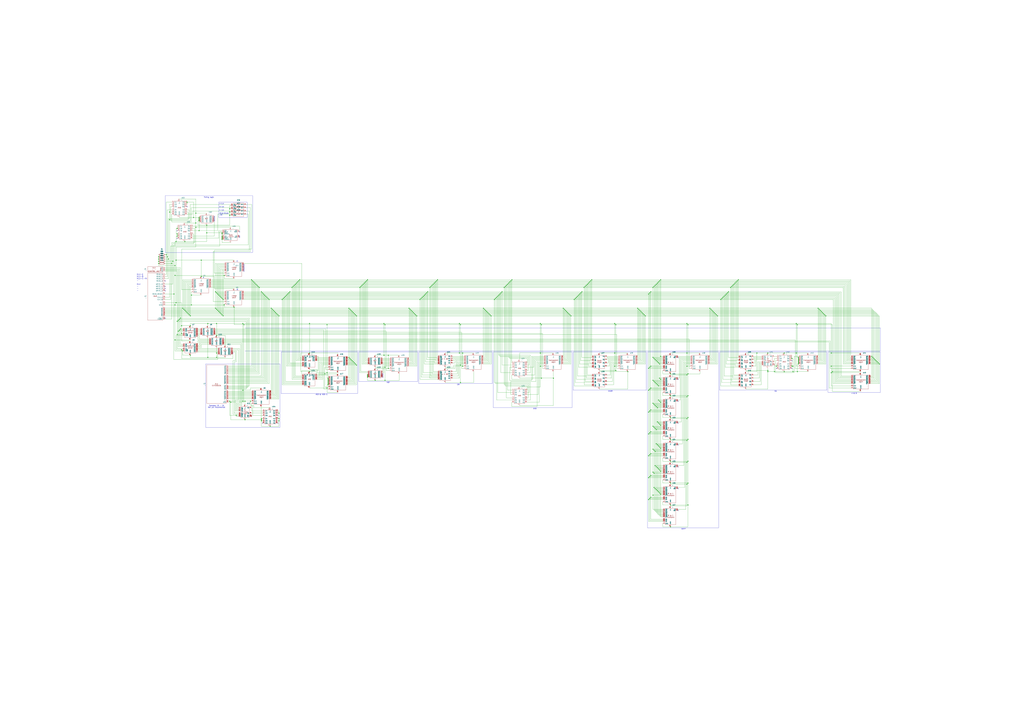
<source format=kicad_sch>
(kicad_sch (version 20231120) (generator "eeschema") (generator_version "8.0")
  (paper "A0")
  (junction (at 673.1 341.63))
  (junction (at 588.01 331.47))
  (junction (at 762 568.96))
  (junction (at 965.2 425.45))
  (junction (at 260.35 354.33))
  (junction (at 797.56 562.61))
  (junction (at 839.47 345.44))
  (junction (at 342.9 330.2))
  (junction (at 227.33 247.65))
  (junction (at 421.64 330.2))
  (junction (at 340.36 332.74))
  (junction (at 274.32 482.6))
  (junction (at 252.73 360.68))
  (junction (at 675.64 339.09))
  (junction (at 266.7 466.09))
  (junction (at 759.46 443.23))
  (junction (at 755.65 527.05))
  (junction (at 762 499.11))
  (junction (at 224.79 252.73))
  (junction (at 582.93 339.09))
  (junction (at 715.01 430.53))
  (junction (at 231.14 256.54))
  (junction (at 533.4 375.92))
  (junction (at 494.03 341.63))
  (junction (at 891.54 410.21))
  (junction (at 323.85 367.03))
  (junction (at 410.21 420.37))
  (junction (at 687.07 325.12))
  (junction (at 194.31 298.45))
  (junction (at 828.04 361.95))
  (junction (at 767.08 414.02))
  (junction (at 222.25 342.9))
  (junction (at 754.38 426.72))
  (junction (at 561.34 358.14))
  (junction (at 952.5 360.68))
  (junction (at 759.46 496.57))
  (junction (at 214.63 280.67))
  (junction (at 1019.81 421.64))
  (junction (at 534.67 424.18))
  (junction (at 679.45 332.74))
  (junction (at 407.67 360.68))
  (junction (at 762 472.44))
  (junction (at 764.54 448.31))
  (junction (at 1012.19 414.02))
  (junction (at 220.98 378.46))
  (junction (at 314.96 358.14))
  (junction (at 255.27 363.22))
  (junction (at 299.72 332.74))
  (junction (at 562.61 359.41))
  (junction (at 292.1 325.12))
  (junction (at 492.76 342.9))
  (junction (at 379.73 433.07))
  (junction (at 778.51 434.34))
  (junction (at 674.37 340.36))
  (junction (at 927.1 422.91))
  (junction (at 379.73 377.19))
  (junction (at 426.72 325.12))
  (junction (at 450.85 412.75))
  (junction (at 426.72 436.88))
  (junction (at 251.46 389.89))
  (junction (at 755.65 450.85))
  (junction (at 205.74 271.78))
  (junction (at 283.21 377.19))
  (junction (at 767.08 520.7))
  (junction (at 765.81 546.1))
  (junction (at 205.74 373.38))
  (junction (at 765.81 326.39))
  (junction (at 755.65 476.25))
  (junction (at 321.31 364.49))
  (junction (at 953.77 361.95))
  (junction (at 381 445.77))
  (junction (at 899.16 431.8))
  (junction (at 477.52 360.68))
  (junction (at 422.91 328.93))
  (junction (at 838.2 346.71))
  (junction (at 203.2 308.61))
  (junction (at 763.27 420.37))
  (junction (at 849.63 332.74))
  (junction (at 759.46 523.24))
  (junction (at 759.46 469.9))
  (junction (at 580.39 341.63))
  (junction (at 798.83 561.34))
  (junction (at 753.11 504.19))
  (junction (at 255.27 344.17))
  (junction (at 266.7 242.57))
  (junction (at 251.46 340.36))
  (junction (at 303.53 486.41))
  (junction (at 1021.08 422.91))
  (junction (at 381 440.69))
  (junction (at 207.01 384.81))
  (junction (at 878.84 410.21))
  (junction (at 281.94 466.09))
  (junction (at 184.15 298.45))
  (junction (at 760.73 417.83))
  (junction (at 949.96 358.14))
  (junction (at 203.2 354.33))
  (junction (at 589.28 330.2))
  (junction (at 826.77 360.68))
  (junction (at 381 443.23))
  (junction (at 927.1 421.64))
  (junction (at 318.77 361.95))
  (junction (at 290.83 466.09))
  (junction (at 778.51 612.14))
  (junction (at 728.98 431.8))
  (junction (at 537.21 410.21))
  (junction (at 758.19 415.29))
  (junction (at 754.38 340.36))
  (junction (at 359.41 431.8))
  (junction (at 764.54 518.16))
  (junction (at 669.29 345.44))
  (junction (at 311.15 346.71))
  (junction (at 678.18 334.01))
  (junction (at 205.74 274.32))
  (junction (at 331.47 344.17))
  (junction (at 481.33 364.49))
  (junction (at 848.36 334.01))
  (junction (at 323.85 488.95))
  (junction (at 763.27 328.93))
  (junction (at 227.33 264.16))
  (junction (at 502.92 330.2))
  (junction (at 344.17 328.93))
  (junction (at 758.19 441.96))
  (junction (at 199.39 306.07))
  (junction (at 778.51 485.14))
  (junction (at 759.46 566.42))
  (junction (at 758.19 468.63))
  (junction (at 1016 417.83))
  (junction (at 303.53 488.95))
  (junction (at 490.22 345.44))
  (junction (at 405.13 358.14))
  (junction (at 956.31 364.49))
  (junction (at 341.63 331.47))
  (junction (at 798.83 485.14))
  (junction (at 920.75 431.8))
  (junction (at 359.41 375.92))
  (junction (at 1017.27 419.1))
  (junction (at 753.11 427.99))
  (junction (at 256.54 345.44))
  (junction (at 323.85 486.41))
  (junction (at 295.91 328.93))
  (junction (at 767.08 547.37))
  (junction (at 760.73 471.17))
  (junction (at 628.65 377.19))
  (junction (at 196.85 246.38))
  (junction (at 250.19 339.09))
  (junction (at 765.81 519.43))
  (junction (at 201.93 341.63))
  (junction (at 200.66 303.53))
  (junction (at 566.42 363.22))
  (junction (at 381 441.96))
  (junction (at 251.46 359.41))
  (junction (at 210.82 387.35))
  (junction (at 590.55 328.93))
  (junction (at 487.68 347.98))
  (junction (at 563.88 360.68))
  (junction (at 763.27 516.89))
  (junction (at 414.02 424.18))
  (junction (at 251.46 415.29))
  (junction (at 593.09 326.39))
  (junction (at 755.65 339.09))
  (junction (at 924.56 375.92))
  (junction (at 205.74 265.43))
  (junction (at 212.09 358.14))
  (junction (at 320.04 363.22))
  (junction (at 746.76 364.49))
  (junction (at 381 447.04))
  (junction (at 504.19 328.93))
  (junction (at 254 361.95))
  (junction (at 642.62 439.42))
  (junction (at 281.94 453.39))
  (junction (at 854.71 327.66))
  (junction (at 762 542.29))
  (junction (at 754.38 502.92))
  (junction (at 293.37 326.39))
  (junction (at 713.74 425.45))
  (junction (at 203.2 320.04))
  (junction (at 662.94 367.03))
  (junction (at 359.41 410.21))
  (junction (at 797.56 375.92))
  (junction (at 212.09 407.67))
  (junction (at 424.18 327.66))
  (junction (at 660.4 364.49))
  (junction (at 831.85 365.76))
  (junction (at 627.38 375.92))
  (junction (at 767.08 440.69))
  (junction (at 537.21 425.45))
  (junction (at 767.08 494.03))
  (junction (at 760.73 444.5))
  (junction (at 445.77 412.75))
  (junction (at 533.4 410.21))
  (junction (at 231.14 252.73))
  (junction (at 825.5 359.41))
  (junction (at 579.12 342.9))
  (junction (at 308.61 344.17))
  (junction (at 193.04 295.91))
  (junction (at 767.08 325.12))
  (junction (at 491.49 344.17))
  (junction (at 294.64 327.66))
  (junction (at 205.74 388.62))
  (junction (at 919.48 416.56))
  (junction (at 765.81 572.77))
  (junction (at 852.17 330.2))
  (junction (at 257.81 276.86))
  (junction (at 840.74 344.17))
  (junction (at 231.14 254))
  (junction (at 778.51 535.94))
  (junction (at 411.48 364.49))
  (junction (at 306.07 341.63))
  (junction (at 499.11 334.01))
  (junction (at 496.57 339.09))
  (junction (at 855.98 326.39))
  (junction (at 758.19 495.3))
  (junction (at 797.56 425.45))
  (junction (at 445.77 375.92))
  (junction (at 765.81 466.09))
  (junction (at 339.09 334.01))
  (junction (at 281.94 375.92))
  (junction (at 332.74 342.9))
  (junction (at 798.83 586.74))
  (junction (at 755.65 577.85))
  (junction (at 857.25 325.12))
  (junction (at 252.73 341.63))
  (junction (at 379.73 450.85))
  (junction (at 764.54 571.5))
  (junction (at 836.93 347.98))
  (junction (at 661.67 365.76))
  (junction (at 231.14 267.97))
  (junction (at 271.78 356.87))
  (junction (at 581.66 340.36))
  (junction (at 764.54 421.64))
  (junction (at 741.68 359.41))
  (junction (at 474.98 358.14))
  (junction (at 778.51 561.34))
  (junction (at 760.73 524.51))
  (junction (at 715.01 377.19))
  (junction (at 833.12 367.03))
  (junction (at 210.82 378.46))
  (junction (at 267.97 467.36))
  (junction (at 901.7 425.45))
  (junction (at 842.01 342.9))
  (junction (at 203.2 394.97))
  (junction (at 256.54 364.49))
  (junction (at 210.82 406.4))
  (junction (at 1013.46 415.29))
  (junction (at 298.45 331.47))
  (junction (at 195.58 300.99))
  (junction (at 753.11 580.39))
  (junction (at 797.56 410.21))
  (junction (at 570.23 367.03))
  (junction (at 762 515.62))
  (junction (at 303.53 339.09))
  (junction (at 284.48 487.68))
  (junction (at 627.38 425.45))
  (junction (at 214.63 360.68))
  (junction (at 412.75 365.76))
  (junction (at 408.94 419.1))
  (junction (at 251.46 375.92))
  (junction (at 910.59 410.21))
  (junction (at 797.56 435.61))
  (junction (at 447.04 441.96))
  (junction (at 577.85 344.17))
  (junction (at 313.69 495.3))
  (junction (at 482.6 365.76))
  (junction (at 304.8 340.36))
  (junction (at 309.88 345.44))
  (junction (at 586.74 332.74))
  (junction (at 488.95 346.71))
  (junction (at 763.27 543.56))
  (junction (at 407.67 417.83))
  (junction (at 910.59 431.8))
  (junction (at 259.08 367.03))
  (junction (at 204.47 280.67))
  (junction (at 797.56 486.41))
  (junction (at 347.98 325.12))
  (junction (at 845.82 339.09))
  (junction (at 853.44 328.93))
  (junction (at 927.1 415.29))
  (junction (at 753.11 478.79))
  (junction (at 655.32 359.41))
  (junction (at 965.2 433.07))
  (junction (at 505.46 327.66))
  (junction (at 208.28 383.54))
  (junction (at 755.65 552.45))
  (junction (at 405.13 415.29))
  (junction (at 762 445.77))
  (junction (at 508 325.12))
  (junction (at 575.31 346.71))
  (junction (at 764.54 327.66))
  (junction (at 919.48 425.45))
  (junction (at 330.2 345.44))
  (junction (at 755.65 425.45))
  (junction (at 850.9 331.47))
  (junction (at 447.04 426.72))
  (junction (at 740.41 358.14))
  (junction (at 260.35 320.04))
  (junction (at 925.83 377.19))
  (junction (at 227.33 259.08))
  (junction (at 760.73 331.47))
  (junction (at 254 342.9))
  (junction (at 476.25 359.41))
  (junction (at 284.48 466.09))
  (junction (at 924.56 410.21))
  (junction (at 891.54 430.53))
  (junction (at 316.23 359.41))
  (junction (at 501.65 331.47))
  (junction (at 410.21 363.22))
  (junction (at 920.75 425.45))
  (junction (at 713.74 410.21))
  (junction (at 346.71 326.39))
  (junction (at 215.9 361.95))
  (junction (at 758.19 334.01))
  (junction (at 483.87 367.03))
  (junction (at 297.18 330.2))
  (junction (at 891.54 431.8))
  (junction (at 760.73 567.69))
  (junction (at 184.15 306.07))
  (junction (at 567.69 364.49))
  (junction (at 798.83 510.54))
  (junction (at 758.19 575.31))
  (junction (at 377.19 434.34))
  (junction (at 762 419.1))
  (junction (at 259.08 347.98))
  (junction (at 327.66 347.98))
  (junction (at 927.1 419.1))
  (junction (at 233.68 302.26))
  (junction (at 576.58 345.44))
  (junction (at 765.81 439.42))
  (junction (at 322.58 365.76))
  (junction (at 754.38 477.52))
  (junction (at 420.37 331.47))
  (junction (at 759.46 549.91))
  (junction (at 670.56 344.17))
  (junction (at 927.1 416.56))
  (junction (at 381 439.42))
  (junction (at 317.5 360.68))
  (junction (at 829.31 363.22))
  (junction (at 506.73 326.39))
  (junction (at 713.74 375.92))
  (junction (at 303.53 487.68))
  (junction (at 217.17 363.22))
  (junction (at 958.85 367.03))
  (junction (at 426.72 435.61))
  (junction (at 414.02 367.03))
  (junction (at 778.51 510.54))
  (junction (at 748.03 365.76))
  (junction (at 257.81 278.13))
  (junction (at 684.53 327.66))
  (junction (at 196.85 255.27))
  (junction (at 435.61 441.96))
  (junction (at 685.8 326.39))
  (junction (at 500.38 332.74))
  (junction (at 760.73 497.84))
  (junction (at 219.71 365.76))
  (junction (at 213.36 359.41))
  (junction (at 222.25 354.33))
  (junction (at 417.83 334.01))
  (junction (at 478.79 361.95))
  (junction (at 480.06 363.22))
  (junction (at 1018.54 420.37))
  (junction (at 657.86 361.95))
  (junction (at 659.13 363.22))
  (junction (at 797.56 511.81))
  (junction (at 749.3 367.03))
  (junction (at 204.47 351.79))
  (junction (at 927.1 420.37))
  (junction (at 759.46 332.74))
  (junction (at 753.11 341.63))
  (junction (at 754.38 579.12))
  (junction (at 830.58 364.49))
  (junction (at 335.28 340.36))
  (junction (at 797.56 537.21))
  (junction (at 184.15 303.53))
  (junction (at 763.27 570.23))
  (junction (at 217.17 234.95))
  (junction (at 534.67 444.5))
  (junction (at 753.11 453.39))
  (junction (at 450.85 427.99))
  (junction (at 765.81 492.76))
  (junction (at 754.38 452.12))
  (junction (at 565.15 361.95))
  (junction (at 683.26 328.93))
  (junction (at 754.38 553.72))
  (junction (at 426.72 438.15))
  (junction (at 266.7 250.19))
  (junction (at 764.54 491.49))
  (junction (at 220.98 367.03))
  (junction (at 312.42 347.98))
  (junction (at 763.27 490.22))
  (junction (at 300.99 334.01))
  (junction (at 209.55 369.57))
  (junction (at 240.03 270.51))
  (junction (at 824.23 358.14))
  (junction (at 568.96 365.76))
  (junction (at 207.01 372.11))
  (junction (at 966.47 431.8))
  (junction (at 251.46 410.21))
  (junction (at 250.19 358.14))
  (junction (at 233.68 321.31))
  (junction (at 240.03 261.62))
  (junction (at 762 330.2))
  (junction (at 765.81 422.91))
  (junction (at 208.28 370.84))
  (junction (at 666.75 347.98))
  (junction (at 585.47 334.01))
  (junction (at 534.67 377.19))
  (junction (at 767.08 574.04))
  (junction (at 797.56 461.01))
  (junction (at 680.72 331.47))
  (junction (at 798.83 377.19))
  (junction (at 927.1 417.83))
  (junction (at 763.27 473.71))
  (junction (at 755.65 501.65))
  (junction (at 654.05 358.14))
  (junction (at 798.83 459.74))
  (junction (at 419.1 332.74))
  (junction (at 798.83 434.34))
  (junction (at 925.83 431.8))
  (junction (at 957.58 365.76))
  (junction (at 591.82 327.66))
  (junction (at 241.3 415.29))
  (junction (at 257.81 275.59))
  (junction (at 742.95 360.68))
  (junction (at 656.59 360.68))
  (junction (at 844.55 340.36))
  (junction (at 257.81 270.51))
  (junction (at 758.19 548.64))
  (junction (at 798.83 535.94))
  (junction (at 334.01 341.63))
  (junction (at 209.55 382.27))
  (junction (at 951.23 359.41))
  (junction (at 257.81 274.32))
  (junction (at 843.28 341.63))
  (junction (at 447.04 377.19))
  (junction (at 345.44 327.66))
  (junction (at 753.11 554.99))
  (junction (at 628.65 439.42))
  (junction (at 241.3 375.92))
  (junction (at 778.51 459.74))
  (junction (at 594.36 325.12))
  (junction (at 754.38 528.32))
  (junction (at 764.54 544.83))
  (junction (at 412.75 422.91))
  (junction (at 495.3 340.36))
  (junction (at 408.94 361.95))
  (junction (at 745.49 363.22))
  (junction (at 323.85 480.06))
  (junction (at 204.47 302.26))
  (junction (at 336.55 339.09))
  (junction (at 671.83 342.9))
  (junction (at 778.51 586.74))
  (junction (at 220.98 412.75))
  (junction (at 257.81 271.78))
  (junction (at 257.81 346.71))
  (junction (at 760.73 541.02))
  (junction (at 668.02 346.71))
  (junction (at 328.93 346.71))
  (junction (at 744.22 361.95))
  (junction (at 767.08 467.36))
  (junction (at 307.34 342.9))
  (junction (at 965.2 410.21))
  (junction (at 231.14 255.27))
  (junction (at 681.99 330.2))
  (junction (at 257.81 365.76))
  (junction (at 184.15 300.99))
  (junction (at 218.44 364.49))
  (junction (at 1014.73 416.56))
  (junction (at 763.27 447.04))
  (junction (at 758.19 521.97))
  (junction (at 574.04 347.98))
  (junction (at 955.04 363.22))
  (junction (at 627.38 410.21))
  (junction (at 753.11 529.59))
  (junction (at 764.54 464.82))
  (junction (at 411.48 421.64))
  (junction (at 266.7 246.38))
  (junction (at 381 444.5))
  (junction (at 406.4 359.41))
  (junction (at 425.45 326.39))
  (junction (at 406.4 416.56))
  (junction (at 759.46 416.56))
  (no_connect (at 248.92 254))
  (no_connect (at 248.92 251.46))
  (no_connect (at 278.13 269.24))
  (no_connect (at 283.21 307.34))
  (no_connect (at 787.4 542.29))
  (no_connect (at 901.7 427.99))
  (no_connect (at 191.77 326.39))
  (no_connect (at 283.21 314.96))
  (no_connect (at 444.5 436.88))
  (no_connect (at 444.5 434.34))
  (no_connect (at 248.92 255.27))
  (no_connect (at 283.21 313.69))
  (no_connect (at 205.74 276.86))
  (no_connect (at 787.4 466.09))
  (no_connect (at 191.77 332.74))
  (no_connect (at 787.4 491.49))
  (no_connect (at 283.21 309.88))
  (no_connect (at 787.4 440.69))
  (no_connect (at 787.4 593.09))
  (no_connect (at 248.92 256.54))
  (no_connect (at 191.77 335.28))
  (no_connect (at 278.13 274.32))
  (no_connect (at 283.21 311.15))
  (no_connect (at 191.77 369.57))
  (no_connect (at 304.8 491.49))
  (no_connect (at 278.13 275.59))
  (no_connect (at 248.92 252.73))
  (no_connect (at 787.4 567.69))
  (no_connect (at 191.77 337.82))
  (no_connect (at 283.21 312.42))
  (no_connect (at 270.51 410.21))
  (no_connect (at 787.4 415.29))
  (no_connect (at 444.5 435.61))
  (no_connect (at 283.21 308.61))
  (no_connect (at 444.5 438.15))
  (no_connect (at 919.48 427.99))
  (no_connect (at 919.48 419.1))
  (no_connect (at 787.4 516.89))
  (no_connect (at 322.58 482.6))
  (no_connect (at 217.17 240.03))
  (no_connect (at 322.58 491.49))
  (no_connect (at 205.74 267.97))
  (wire (pts (xy 213.36 359.41) (xy 191.77 359.41)))
  (wire (pts (xy 778.51 434.34) (xy 798.83 434.34)))
  (wire (pts (xy 350.52 415.29) (xy 347.98 415.29)))
  (wire (pts (xy 753.11 529.59) (xy 753.11 504.19)))
  (wire (pts (xy 1010.92 439.42) (xy 1014.73 439.42)))
  (wire (pts (xy 231.14 252.73) (xy 231.14 254)))
  (wire (pts (xy 844.55 340.36) (xy 975.36 340.36)))
  (wire (pts (xy 339.09 334.01) (xy 417.83 334.01)))
  (wire (pts (xy 218.44 364.49) (xy 256.54 364.49)))
  (wire (pts (xy 657.86 361.95) (xy 744.22 361.95)))
  (wire (pts (xy 1017.27 363.22) (xy 955.04 363.22)))
  (wire (pts (xy 999.49 433.07) (xy 965.2 433.07)))
  (wire (pts (xy 346.71 416.56) (xy 350.52 416.56)))
  (wire (pts (xy 214.63 259.08) (xy 227.33 259.08)))
  (wire (pts (xy 882.65 422.91) (xy 882.65 443.23)))
  (wire (pts (xy 755.65 425.45) (xy 769.62 425.45)))
  (wire (pts (xy 288.29 449.58) (xy 288.29 370.84)))
  (wire (pts (xy 260.35 397.51) (xy 962.66 397.51)))
  (wire (pts (xy 191.77 341.63) (xy 201.93 341.63)))
  (wire (pts (xy 627.38 375.92) (xy 713.74 375.92)))
  (wire (pts (xy 350.52 443.23) (xy 331.47 443.23)))
  (wire (pts (xy 322.58 365.76) (xy 257.81 365.76)))
  (wire (pts (xy 501.65 331.47) (xy 501.65 434.34)))
  (wire (pts (xy 684.53 327.66) (xy 591.82 327.66)))
  (wire (pts (xy 753.11 478.79) (xy 753.11 453.39)))
  (wire (pts (xy 765.81 572.77) (xy 769.62 572.77)))
  (wire (pts (xy 208.28 312.42) (xy 191.77 312.42)))
  (wire (pts (xy 299.72 332.74) (xy 299.72 433.07)))
  (wire (pts (xy 208.28 231.14) (xy 227.33 231.14)))
  (wire (pts (xy 426.72 419.1) (xy 424.18 419.1)))
  (wire (pts (xy 308.61 344.17) (xy 308.61 441.96)))
  (wire (pts (xy 769.62 535.94) (xy 778.51 535.94)))
  (wire (pts (xy 330.2 345.44) (xy 330.2 444.5)))
  (wire (pts (xy 836.93 347.98) (xy 967.74 347.98)))
  (wire (pts (xy 791.21 417.83) (xy 801.37 417.83)))
  (wire (pts (xy 525.78 434.34) (xy 530.86 434.34)))
  (wire (pts (xy 949.96 419.1) (xy 955.04 419.1)))
  (wire (pts (xy 215.9 328.93) (xy 215.9 361.95)))
  (wire (pts (xy 767.08 440.69) (xy 769.62 440.69)))
  (wire (pts (xy 496.57 415.29) (xy 496.57 339.09)))
  (wire (pts (xy 293.37 482.6) (xy 304.8 482.6)))
  (wire (pts (xy 215.9 361.95) (xy 191.77 361.95)))
  (wire (pts (xy 970.28 345.44) (xy 970.28 443.23)))
  (wire (pts (xy 204.47 302.26) (xy 204.47 351.79)))
  (wire (pts (xy 760.73 471.17) (xy 760.73 497.84)))
  (wire (pts (xy 411.48 364.49) (xy 481.33 364.49)))
  (wire (pts (xy 843.28 341.63) (xy 753.11 341.63)))
  (wire (pts (xy 657.86 361.95) (xy 657.86 417.83)))
  (wire (pts (xy 618.49 415.29) (xy 618.49 440.69)))
  (wire (pts (xy 287.02 450.85) (xy 287.02 372.11)))
  (wire (pts (xy 891.54 452.12) (xy 891.54 431.8)))
  (wire (pts (xy 562.61 359.41) (xy 655.32 359.41)))
  (wire (pts (xy 1014.73 416.56) (xy 1014.73 360.68)))
  (wire (pts (xy 502.92 431.8) (xy 502.92 330.2)))
  (wire (pts (xy 762 499.11) (xy 769.62 499.11)))
  (wire (pts (xy 220.98 256.54) (xy 198.12 256.54)))
  (wire (pts (xy 313.69 473.71) (xy 294.64 473.71)))
  (wire (pts (xy 568.96 421.64) (xy 568.96 365.76)))
  (wire (pts (xy 195.58 300.99) (xy 195.58 254)))
  (wire (pts (xy 320.04 363.22) (xy 255.27 363.22)))
  (wire (pts (xy 603.25 410.21) (xy 603.25 417.83)))
  (wire (pts (xy 426.72 436.88) (xy 426.72 438.15)))
  (wire (pts (xy 754.38 340.36) (xy 844.55 340.36)))
  (wire (pts (xy 298.45 331.47) (xy 341.63 331.47)))
  (wire (pts (xy 289.56 369.57) (xy 289.56 448.31)))
  (wire (pts (xy 303.53 486.41) (xy 303.53 472.44)))
  (wire (pts (xy 754.38 340.36) (xy 674.37 340.36)))
  (wire (pts (xy 769.62 510.54) (xy 778.51 510.54)))
  (wire (pts (xy 758.19 334.01) (xy 848.36 334.01)))
  (wire (pts (xy 778.51 410.21) (xy 797.56 410.21)))
  (wire (pts (xy 795.02 566.42) (xy 787.4 566.42)))
  (wire (pts (xy 927.1 415.29) (xy 925.83 415.29)))
  (wire (pts (xy 1010.92 419.1) (xy 1017.27 419.1)))
  (wire (pts (xy 309.88 443.23) (xy 309.88 345.44)))
  (wire (pts (xy 318.77 361.95) (xy 318.77 458.47)))
  (wire (pts (xy 593.09 326.39) (xy 506.73 326.39)))
  (wire (pts (xy 866.14 452.12) (xy 891.54 452.12)))
  (wire (pts (xy 675.64 415.29) (xy 675.64 339.09)))
  (wire (pts (xy 565.15 361.95) (xy 565.15 417.83)))
  (wire (pts (xy 184.15 300.99) (xy 184.15 298.45)))
  (wire (pts (xy 349.25 431.8) (xy 349.25 410.21)))
  (wire (pts (xy 265.43 431.8) (xy 298.45 431.8)))
  (wire (pts (xy 654.05 416.56) (xy 656.59 416.56)))
  (wire (pts (xy 951.23 359.41) (xy 951.23 415.29)))
  (wire (pts (xy 374.65 424.18) (xy 374.65 440.69)))
  (wire (pts (xy 800.1 427.99) (xy 800.1 393.7)))
  (wire (pts (xy 265.43 449.58) (xy 288.29 449.58)))
  (wire (pts (xy 274.32 420.37) (xy 274.32 407.67)))
  (wire (pts (xy 590.55 415.29) (xy 590.55 328.93)))
  (wire (pts (xy 196.85 246.38) (xy 199.39 246.38)))
  (wire (pts (xy 193.04 234.95) (xy 199.39 234.95)))
  (wire (pts (xy 627.38 410.21) (xy 642.62 410.21)))
  (wire (pts (xy 525.78 439.42) (xy 533.4 439.42)))
  (wire (pts (xy 311.15 346.71) (xy 311.15 444.5)))
  (wire (pts (xy 687.07 414.02) (xy 687.07 325.12)))
  (wire (pts (xy 311.15 444.5) (xy 265.43 444.5)))
  (wire (pts (xy 594.36 453.39) (xy 589.28 453.39)))
  (wire (pts (xy 196.85 237.49) (xy 199.39 237.49)))
  (wire (pts (xy 801.37 416.56) (xy 789.94 416.56)))
  (wire (pts (xy 563.88 416.56) (xy 563.88 360.68)))
  (wire (pts (xy 753.11 504.19) (xy 753.11 478.79)))
  (wire (pts (xy 224.79 252.73) (xy 231.14 252.73)))
  (wire (pts (xy 576.58 345.44) (xy 576.58 464.82)))
  (wire (pts (xy 491.49 344.17) (xy 331.47 344.17)))
  (wire (pts (xy 1013.46 438.15) (xy 1010.92 438.15)))
  (wire (pts (xy 265.43 445.77) (xy 312.42 445.77)))
  (wire (pts (xy 254 342.9) (xy 254 309.88)))
  (wire (pts (xy 191.77 300.99) (xy 195.58 300.99)))
  (wire (pts (xy 314.96 358.14) (xy 250.19 358.14)))
  (wire (pts (xy 579.12 412.75) (xy 615.95 412.75)))
  (wire (pts (xy 292.1 468.63) (xy 292.1 472.44)))
  (wire (pts (xy 740.41 419.1) (xy 745.49 419.1)))
  (wire (pts (xy 281.94 375.92) (xy 281.94 453.39)))
  (wire (pts (xy 845.82 339.09) (xy 845.82 415.29)))
  (wire (pts (xy 500.38 332.74) (xy 419.1 332.74)))
  (wire (pts (xy 764.54 327.66) (xy 684.53 327.66)))
  (wire (pts (xy 196.85 255.27) (xy 218.44 255.27)))
  (wire (pts (xy 229.87 401.32) (xy 231.14 401.32)))
  (wire (pts (xy 769.62 434.34) (xy 778.51 434.34)))
  (wire (pts (xy 880.11 420.37) (xy 880.11 435.61)))
  (wire (pts (xy 882.65 443.23) (xy 875.03 443.23)))
  (wire (pts (xy 839.47 345.44) (xy 970.28 345.44)))
  (wire (pts (xy 478.79 361.95) (xy 478.79 420.37)))
  (wire (pts (xy 744.22 361.95) (xy 828.04 361.95)))
  (wire (pts (xy 487.68 347.98) (xy 487.68 440.69)))
  (wire (pts (xy 755.65 450.85) (xy 755.65 425.45)))
  (wire (pts (xy 838.2 346.71) (xy 838.2 444.5)))
  (wire (pts (xy 403.86 422.91) (xy 412.75 422.91)))
  (wire (pts (xy 245.11 327.66) (xy 294.64 327.66)))
  (wire (pts (xy 594.36 426.72) (xy 591.82 426.72)))
  (wire (pts (xy 622.3 443.23) (xy 622.3 419.1)))
  (wire (pts (xy 767.08 600.71) (xy 769.62 600.71)))
  (wire (pts (xy 227.33 231.14) (xy 227.33 247.65)))
  (wire (pts (xy 590.55 328.93) (xy 683.26 328.93)))
  (wire (pts (xy 501.65 434.34) (xy 508 434.34)))
  (wire (pts (xy 241.3 375.92) (xy 220.98 375.92)))
  (wire (pts (xy 925.83 377.19) (xy 925.83 415.29)))
  (wire (pts (xy 381 440.69) (xy 381 441.96)))
  (wire (pts (xy 196.85 345.44) (xy 196.85 255.27)))
  (wire (pts (xy 261.62 401.32) (xy 261.62 389.89)))
  (wire (pts (xy 223.52 245.11) (xy 223.52 248.92)))
  (wire (pts (xy 414.02 367.03) (xy 483.87 367.03)))
  (wire (pts (xy 965.2 410.21) (xy 965.2 375.92)))
  (wire (pts (xy 223.52 248.92) (xy 217.17 248.92)))
  (wire (pts (xy 184.15 306.07) (xy 184.15 303.53)))
  (wire (pts (xy 717.55 421.64) (xy 711.2 421.64)))
  (wire (pts (xy 749.3 367.03) (xy 749.3 422.91)))
  (wire (pts (xy 403.86 443.23) (xy 410.21 443.23)))
  (wire (pts (xy 656.59 360.68) (xy 563.88 360.68)))
  (wire (pts (xy 283.21 344.17) (xy 308.61 344.17)))
  (wire (pts (xy 200.66 283.21) (xy 200.66 303.53)))
  (wire (pts (xy 755.65 501.65) (xy 755.65 476.25)))
  (wire (pts (xy 687.07 435.61) (xy 681.99 435.61)))
  (wire (pts (xy 826.77 416.56) (xy 826.77 360.68)))
  (wire (pts (xy 778.51 435.61) (xy 797.56 435.61)))
  (wire (pts (xy 612.14 426.72) (xy 619.76 426.72)))
  (wire (pts (xy 706.12 421.64) (xy 704.85 421.64)))
  (wire (pts (xy 299.72 433.07) (xy 265.43 433.07)))
  (wire (pts (xy 203.2 354.33) (xy 191.77 354.33)))
  (wire (pts (xy 405.13 438.15) (xy 405.13 415.29)))
  (wire (pts (xy 593.09 430.53) (xy 593.09 326.39)))
  (wire (pts (xy 670.56 344.17) (xy 577.85 344.17)))
  (wire (pts (xy 831.85 421.64) (xy 831.85 365.76)))
  (wire (pts (xy 855.98 326.39) (xy 986.79 326.39)))
  (wire (pts (xy 330.2 444.5) (xy 350.52 444.5)))
  (wire (pts (xy 304.8 340.36) (xy 283.21 340.36)))
  (wire (pts (xy 276.86 476.25) (xy 274.32 476.25)))
  (wire (pts (xy 407.67 440.69) (xy 407.67 417.83)))
  (wire (pts (xy 368.3 433.07) (xy 379.73 433.07)))
  (wire (pts (xy 214.63 360.68) (xy 252.73 360.68)))
  (wire (pts (xy 421.64 421.64) (xy 421.64 330.2)))
  (wire (pts (xy 374.65 440.69) (xy 368.3 440.69)))
  (wire (pts (xy 801.37 419.1) (xy 792.48 419.1)))
  (wire (pts (xy 254 267.97) (xy 257.81 267.97)))
  (wire (pts (xy 577.85 455.93) (xy 577.85 344.17)))
  (wire (pts (xy 927.1 415.29) (xy 927.1 416.56)))
  (wire (pts (xy 448.31 384.81) (xy 250.19 384.81)))
  (wire (pts (xy 252.73 360.68) (xy 317.5 360.68)))
  (wire (pts (xy 849.63 332.74) (xy 759.46 332.74)))
  (wire (pts (xy 965.2 375.92) (xy 924.56 375.92)))
  (wire (pts (xy 588.01 331.47) (xy 588.01 462.28)))
  (wire (pts (xy 765.81 519.43) (xy 765.81 546.1)))
  (wire (pts (xy 491.49 433.07) (xy 491.49 344.17)))
  (wire (pts (xy 1014.73 360.68) (xy 952.5 360.68)))
  (wire (pts (xy 219.71 365.76) (xy 219.71 332.74)))
  (wire (pts (xy 350.52 439.42) (xy 340.36 439.42)))
  (wire (pts (xy 758.19 334.01) (xy 758.19 415.29)))
  (wire (pts (xy 969.01 444.5) (xy 969.01 346.71)))
  (wire (pts (xy 419.1 332.74) (xy 340.36 332.74)))
  (wire (pts (xy 570.23 367.03) (xy 570.23 422.91)))
  (wire (pts (xy 767.08 325.12) (xy 687.07 325.12)))
  (wire (pts (xy 709.93 420.37) (xy 717.55 420.37)))
  (wire (pts (xy 191.77 347.98) (xy 198.12 347.98)))
  (wire (pts (xy 623.57 472.44) (xy 623.57 420.37)))
  (wire (pts (xy 505.46 419.1) (xy 505.46 327.66)))
  (wire (pts (xy 445.77 433.07) (xy 444.5 433.07)))
  (polyline (pts (xy 1022.35 381) (xy 1022.35 407.67)))
  (wire (pts (xy 627.38 425.45) (xy 627.38 410.21)))
  (wire (pts (xy 850.9 331.47) (xy 850.9 439.42)))
  (wire (pts (xy 883.92 447.04) (xy 883.92 424.18)))
  (wire (pts (xy 674.37 340.36) (xy 674.37 419.1)))
  (wire (pts (xy 956.31 364.49) (xy 956.31 420.37)))
  (wire (pts (xy 985.52 416.56) (xy 985.52 327.66)))
  (wire (pts (xy 828.04 361.95) (xy 828.04 417.83)))
  (wire (pts (xy 707.39 425.45) (xy 707.39 417.83)))
  (wire (pts (xy 265.43 454.66) (xy 292.1 454.66)))
  (wire (pts (xy 248.92 290.83) (xy 289.56 290.83)))
  (wire (pts (xy 417.83 334.01) (xy 417.83 433.07)))
  (wire (pts (xy 764.54 491.49) (xy 764.54 518.16)))
  (wire (pts (xy 1014.73 439.42) (xy 1014.73 416.56)))
  (wire (pts (xy 260.35 317.5) (xy 248.92 317.5)))
  (wire (pts (xy 266.7 482.6) (xy 266.7 466.09)))
  (wire (pts (xy 290.83 292.1) (xy 247.65 292.1)))
  (wire (pts (xy 759.46 496.57) (xy 759.46 523.24)))
  (wire (pts (xy 749.3 422.91) (xy 740.41 422.91)))
  (wire (pts (xy 266.7 261.62) (xy 240.03 261.62)))
  (wire (pts (xy 532.13 421.64) (xy 532.13 436.88)))
  (wire (pts (xy 970.28 443.23) (xy 988.06 443.23)))
  (wire (pts (xy 857.25 436.88) (xy 840.74 436.88)))
  (wire (pts (xy 487.68 440.69) (xy 508 440.69)))
  (wire (pts (xy 764.54 544.83) (xy 764.54 571.5)))
  (wire (pts (xy 529.59 431.8) (xy 525.78 431.8)))
  (wire (pts (xy 563.88 360.68) (xy 477.52 360.68)))
  (wire (pts (xy 762 330.2) (xy 762 419.1)))
  (wire (pts (xy 753.11 554.99) (xy 769.62 554.99)))
  (wire (pts (xy 753.11 554.99) (xy 753.11 529.59)))
  (wire (pts (xy 857.25 422.91) (xy 843.28 422.91)))
  (wire (pts (xy 504.19 421.64) (xy 508 421.64)))
  (wire (pts (xy 1016 440.69) (xy 1010.92 440.69)))
  (wire (pts (xy 760.73 444.5) (xy 769.62 444.5)))
  (wire (pts (xy 478.79 361.95) (xy 565.15 361.95)))
  (wire (pts (xy 753.11 453.39) (xy 769.62 453.39)))
  (wire (pts (xy 654.05 414.02) (xy 654.05 358.14)))
  (wire (pts (xy 295.91 328.93) (xy 245.11 328.93)))
  (wire (pts (xy 414.02 447.04) (xy 403.86 447.04)))
  (wire (pts (xy 660.4 364.49) (xy 746.76 364.49)))
  (wire (pts (xy 713.74 425.45) (xy 717.55 425.45)))
  (wire (pts (xy 840.74 344.17) (xy 670.56 344.17)))
  (wire (pts (xy 229.87 405.13) (xy 252.73 405.13)))
  (wire (pts (xy 765.81 546.1) (xy 765.81 572.77)))
  (wire (pts (xy 687.07 422.91) (xy 673.1 422.91)))
  (wire (pts (xy 765.81 599.44) (xy 769.62 599.44)))
  (wire (pts (xy 951.23 359.41) (xy 1013.46 359.41)))
  (wire (pts (xy 753.11 453.39) (xy 753.11 427.99)))
  (wire (pts (xy 350.52 424.18) (xy 334.01 424.18)))
  (wire (pts (xy 855.98 417.83) (xy 857.25 417.83)))
  (wire (pts (xy 988.06 444.5) (xy 969.01 444.5)))
  (wire (pts (xy 612.14 424.18) (xy 614.68 424.18)))
  (wire (pts (xy 925.83 431.8) (xy 938.53 431.8)))
  (wire (pts (xy 566.42 363.22) (xy 480.06 363.22)))
  (wire (pts (xy 359.41 375.92) (xy 445.77 375.92)))
  (wire (pts (xy 308.61 441.96) (xy 265.43 441.96)))
  (wire (pts (xy 278.13 267.97) (xy 278.13 262.89)))
  (wire (pts (xy 764.54 464.82) (xy 764.54 491.49)))
  (wire (pts (xy 231.14 389.89) (xy 229.87 389.89)))
  (wire (pts (xy 403.86 424.18) (xy 414.02 424.18)))
  (wire (pts (xy 758.19 415.29) (xy 758.19 441.96)))
  (wire (pts (xy 288.29 370.84) (xy 208.28 370.84)))
  (wire (pts (xy 281.94 466.09) (xy 281.94 453.39)))
  (wire (pts (xy 533.4 439.42) (xy 533.4 422.91)))
  (wire (pts (xy 844.55 340.36) (xy 844.55 419.1)))
  (wire (pts (xy 254 342.9) (xy 254 361.95)))
  (wire (pts (xy 195.58 323.85) (xy 195.58 300.99)))
  (wire (pts (xy 250.19 306.07) (xy 250.19 339.09)))
  (wire (pts (xy 339.09 440.69) (xy 350.52 440.69)))
  (wire (pts (xy 322.58 462.28) (xy 322.58 365.76)))
  (wire (pts (xy 562.61 359.41) (xy 562.61 415.29)))
  (wire (pts (xy 448.31 430.53) (xy 448.31 384.81)))
  (wire (pts (xy 951.23 415.29) (xy 949.96 415.29)))
  (wire (pts (xy 798.83 434.34) (xy 798.83 459.74)))
  (wire (pts (xy 629.92 387.35) (xy 629.92 427.99)))
  (wire (pts (xy 627.38 425.45) (xy 631.19 425.45)))
  (wire (pts (xy 426.72 441.96) (xy 435.61 441.96)))
  (wire (pts (xy 196.85 255.27) (xy 196.85 246.38)))
  (wire (pts (xy 533.4 410.21) (xy 533.4 375.92)))
  (wire (pts (xy 259.08 347.98) (xy 259.08 314.96)))
  (wire (pts (xy 681.99 330.2) (xy 589.28 330.2)))
  (wire (pts (xy 205.74 314.96) (xy 205.74 373.38)))
  (wire (pts (xy 1021.08 422.91) (xy 1021.08 445.77)))
  (wire (pts (xy 687.07 443.23) (xy 679.45 443.23)))
  (wire (pts (xy 842.01 342.9) (xy 972.82 342.9)))
  (wire (pts (xy 260.35 313.69) (xy 257.81 313.69)))
  (wire (pts (xy 812.8 434.34) (xy 812.8 431.8)))
  (wire (pts (xy 760.73 417.83) (xy 760.73 444.5)))
  (wire (pts (xy 271.78 480.06) (xy 271.78 420.37)))
  (wire (pts (xy 969.01 346.71) (xy 838.2 346.71)))
  (wire (pts (xy 252.73 267.97) (xy 252.73 248.92)))
  (wire (pts (xy 800.1 393.7) (xy 260.35 393.7)))
  (wire (pts (xy 422.91 328.93) (xy 422.91 420.37)))
  (wire (pts (xy 798.83 377.19) (xy 798.83 434.34)))
  (wire (pts (xy 256.54 345.44) (xy 256.54 364.49)))
  (wire (pts (xy 927.1 421.64) (xy 927.1 422.91)))
  (wire (pts (xy 759.46 332.74) (xy 759.46 416.56)))
  (wire (pts (xy 372.11 438.15) (xy 368.3 438.15)))
  (wire (pts (xy 615.95 433.07) (xy 612.14 433.07)))
  (wire (pts (xy 265.43 455.93) (xy 292.1 455.93)))
  (wire (pts (xy 208.28 383.54) (xy 212.09 383.54)))
  (wire (pts (xy 778.51 511.81) (xy 797.56 511.81)))
  (wire (pts (xy 381 435.61) (xy 381 438.15)))
  (wire (pts (xy 617.22 441.96) (xy 617.22 414.02)))
  (wire (pts (xy 231.14 267.97) (xy 252.73 267.97)))
  (wire (pts (xy 292.1 325.12) (xy 347.98 325.12)))
  (wire (pts (xy 760.73 524.51) (xy 769.62 524.51)))
  (wire (pts (xy 1012.19 414.02) (xy 1010.92 414.02)))
  (wire (pts (xy 764.54 544.83) (xy 769.62 544.83)))
  (wire (pts (xy 581.66 433.07) (xy 594.36 433.07)))
  (wire (pts (xy 252.73 248.92) (xy 267.97 248.92)))
  (wire (pts (xy 704.85 414.02) (xy 717.55 414.02)))
  (wire (pts (xy 594.36 467.36) (xy 594.36 472.44)))
  (wire (pts (xy 840.74 344.17) (xy 840.74 436.88)))
  (wire (pts (xy 300.99 334.01) (xy 339.09 334.01)))
  (wire (pts (xy 891.54 431.8) (xy 891.54 430.53)))
  (wire (pts (xy 284.48 469.9) (xy 284.48 466.09)))
  (wire (pts (xy 984.25 328.93) (xy 984.25 417.83)))
  (wire (pts (xy 444.5 431.8) (xy 444.5 424.18)))
  (wire (pts (xy 767.08 574.04) (xy 767.08 600.71)))
  (wire (pts (xy 769.62 430.53) (xy 769.62 434.34)))
  (wire (pts (xy 631.19 415.29) (xy 618.49 415.29)))
  (wire (pts (xy 294.64 327.66) (xy 294.64 427.99)))
  (wire (pts (xy 588.01 331.47) (xy 680.72 331.47)))
  (wire (pts (xy 350.52 445.77) (xy 328.93 445.77)))
  (wire (pts (xy 642.62 439.42) (xy 642.62 431.8)))
  (wire (pts (xy 1018.54 364.49) (xy 1018.54 420.37)))
  (wire (pts (xy 265.43 434.34) (xy 300.99 434.34)))
  (wire (pts (xy 538.48 416.56) (xy 527.05 416.56)))
  (wire (pts (xy 375.92 452.12) (xy 381 452.12)))
  (wire (pts (xy 245.11 325.12) (xy 292.1 325.12)))
  (wire (pts (xy 303.53 488.95) (xy 304.8 488.95)))
  (wire (pts (xy 769.62 591.82) (xy 758.19 591.82)))
  (wire (pts (xy 976.63 339.09) (xy 845.82 339.09)))
  (wire (pts (xy 248.92 321.31) (xy 233.68 321.31)))
  (wire (pts (xy 981.71 420.37) (xy 988.06 420.37)))
  (wire (pts (xy 259.08 367.03) (xy 323.85 367.03)))
  (wire (pts (xy 231.14 267.97) (xy 223.52 267.97)))
  (wire (pts (xy 516.89 427.99) (xy 528.32 427.99)))
  (wire (pts (xy 853.44 425.45) (xy 857.25 425.45)))
  (wire (pts (xy 276.86 482.6) (xy 274.32 482.6)))
  (wire (pts (xy 292.1 480.06) (xy 304.8 480.06)))
  (wire (pts (xy 586.74 448.31) (xy 586.74 332.74)))
  (wire (pts (xy 764.54 571.5) (xy 769.62 571.5)))
  (wire (pts (xy 855.98 326.39) (xy 855.98 417.83)))
  (wire (pts (xy 303.53 487.68) (xy 303.53 486.41)))
  (wire (pts (xy 534.67 444.5) (xy 549.91 444.5)))
  (wire (pts (xy 683.26 328.93) (xy 763.27 328.93)))
  (wire (pts (xy 769.62 426.72) (xy 754.38 426.72)))
  (wire (pts (xy 229.87 383.54) (xy 232.41 383.54)))
  (wire (pts (xy 424.18 327.66) (xy 345.44 327.66)))
  (wire (pts (xy 381 421.64) (xy 372.11 421.64)))
  (wire (pts (xy 379.73 450.85) (xy 379.73 455.93)))
  (wire (pts (xy 265.43 461.01) (xy 292.1 461.01)))
  (wire (pts (xy 231.14 397.51) (xy 242.57 397.51)))
  (wire (pts (xy 758.19 495.3) (xy 758.19 521.97)))
  (wire (pts (xy 381 443.23) (xy 381 444.5)))
  (wire (pts (xy 787.4 439.42) (xy 788.67 439.42)))
  (wire (pts (xy 826.77 360.68) (xy 742.95 360.68)))
  (wire (pts (xy 713.74 375.92) (xy 713.74 410.21)))
  (wire (pts (xy 883.92 420.37) (xy 880.11 420.37)))
  (wire (pts (xy 205.74 373.38) (xy 205.74 388.62)))
  (wire (pts (xy 762 472.44) (xy 769.62 472.44)))
  (wire (pts (xy 334.01 424.18) (xy 334.01 341.63)))
  (wire (pts (xy 1019.81 365.76) (xy 957.58 365.76)))
  (wire (pts (xy 426.72 438.15) (xy 426.72 441.96)))
  (wire (pts (xy 778.51 537.21) (xy 797.56 537.21)))
  (wire (pts (xy 919.48 425.45) (xy 920.75 425.45)))
  (wire (pts (xy 966.47 454.66) (xy 999.49 454.66)))
  (wire (pts (xy 381 424.18) (xy 374.65 424.18)))
  (wire (pts (xy 999.49 431.8) (xy 966.47 431.8)))
  (wire (pts (xy 891.54 430.53) (xy 891.54 427.99)))
  (wire (pts (xy 629.92 387.35) (xy 250.19 387.35)))
  (wire (pts (xy 754.38 553.72) (xy 754.38 579.12)))
  (wire (pts (xy 297.18 330.2) (xy 297.18 430.53)))
  (wire (pts (xy 778.51 586.74) (xy 798.83 586.74)))
  (wire (pts (xy 304.8 477.52) (xy 292.1 477.52)))
  (wire (pts (xy 284.48 466.09) (xy 290.83 466.09)))
  (wire (pts (xy 487.68 347.98) (xy 574.04 347.98)))
  (wire (pts (xy 755.65 501.65) (xy 769.62 501.65)))
  (wire (pts (xy 778.51 561.34) (xy 798.83 561.34)))
  (wire (pts (xy 778.51 535.94) (xy 798.83 535.94)))
  (wire (pts (xy 381 439.42) (xy 381 440.69)))
  (wire (pts (xy 576.58 345.44) (xy 669.29 345.44)))
  (wire (pts (xy 793.75 420.37) (xy 801.37 420.37)))
  (wire (pts (xy 1016 417.83) (xy 1016 440.69)))
  (wire (pts (xy 265.43 463.55) (xy 292.1 463.55)))
  (wire (pts (xy 881.38 439.42) (xy 881.38 421.64)))
  (wire (pts (xy 798.83 612.14) (xy 778.51 612.14)))
  (wire (pts (xy 527.05 416.56) (xy 527.05 419.1)))
  (wire (pts (xy 666.75 347.98) (xy 836.93 347.98)))
  (wire (pts (xy 375.92 383.54) (xy 375.92 452.12)))
  (wire (pts (xy 760.73 331.47) (xy 760.73 417.83)))
  (wire (pts (xy 359.41 375.92) (xy 359.41 410.21)))
  (wire (pts (xy 204.47 406.4) (xy 210.82 406.4)))
  (wire (pts (xy 1012.19 358.14) (xy 949.96 358.14)))
  (wire (pts (xy 252.73 341.63) (xy 260.35 341.63)))
  (wire (pts (xy 283.21 339.09) (xy 303.53 339.09)))
  (wire (pts (xy 762 419.1) (xy 769.62 419.1)))
  (wire (pts (xy 321.31 364.49) (xy 321.31 461.01)))
  (wire (pts (xy 293.37 326.39) (xy 245.11 326.39)))
  (wire (pts (xy 828.04 417.83) (xy 824.23 417.83)))
  (wire (pts (xy 1010.92 416.56) (xy 1014.73 416.56)))
  (wire (pts (xy 796.29 422.91) (xy 801.37 422.91)))
  (wire (pts (xy 205.74 265.43) (xy 204.47 265.43)))
  (wire (pts (xy 789.94 416.56) (xy 789.94 464.82)))
  (wire (pts (xy 265.43 458.47) (xy 292.1 458.47)))
  (wire (pts (xy 576.58 464.82) (xy 594.36 464.82)))
  (wire (pts (xy 252.73 417.83) (xy 201.93 417.83)))
  (wire (pts (xy 746.76 420.37) (xy 740.41 420.37)))
  (wire (pts (xy 346.71 326.39) (xy 425.45 326.39)))
  (wire (pts (xy 208.28 401.32) (xy 212.09 401.32)))
  (wire (pts (xy 342.9 436.88) (xy 342.9 330.2)))
  (wire (pts (xy 250.19 383.54) (xy 375.92 383.54)))
  (wire (pts (xy 985.52 327.66) (xy 854.71 327.66)))
  (wire (pts (xy 764.54 464.82) (xy 769.62 464.82)))
  (wire (pts (xy 191.77 295.91) (xy 193.04 295.91)))
  (wire (pts (xy 753.11 341.63) (xy 753.11 427.99)))
  (wire (pts (xy 480.06 363.22) (xy 410.21 363.22)))
  (wire (pts (xy 586.74 332.74) (xy 500.38 332.74)))
  (wire (pts (xy 675.64 339.09) (xy 755.65 339.09)))
  (wire (pts (xy 403.86 419.1) (xy 408.94 419.1)))
  (wire (pts (xy 769.62 506.73) (xy 769.62 510.54)))
  (wire (pts (xy 335.28 422.91) (xy 350.52 422.91)))
  (wire (pts (xy 594.36 325.12) (xy 508 325.12)))
  (wire (pts (xy 318.77 458.47) (xy 314.96 458.47)))
  (wire (pts (xy 283.21 377.19) (xy 283.21 467.36)))
  (wire (pts (xy 708.66 419.1) (xy 708.66 435.61)))
  (wire (pts (xy 213.36 359.41) (xy 251.46 359.41)))
  (wire (pts (xy 229.87 394.97) (xy 242.57 394.97)))
  (wire (pts (xy 675.64 339.09) (xy 582.93 339.09)))
  (wire (pts (xy 191.77 360.68) (xy 214.63 360.68)))
  (wire (pts (xy 200.66 303.53) (xy 200.66 330.2)))
  (wire (pts (xy 261.62 389.89) (xy 251.46 389.89)))
  (wire (pts (xy 704.85 439.42) (xy 709.93 439.42)))
  (wire (pts (xy 787.4 541.02) (xy 793.75 541.02)))
  (wire (pts (xy 210.82 378.46) (xy 220.98 378.46)))
  (wire (pts (xy 754.38 502.92) (xy 754.38 528.32)))
  (wire (pts (xy 949.96 416.56) (xy 952.5 416.56)))
  (wire (pts (xy 619.76 426.72) (xy 619.76 416.56)))
  (wire (pts (xy 323.85 488.95) (xy 323.85 495.3)))
  (wire (pts (xy 304.8 438.15) (xy 304.8 340.36)))
  (wire (pts (xy 403.86 417.83) (xy 407.67 417.83)))
  (wire (pts (xy 378.46 429.26) (xy 378.46 382.27)))
  (wire (pts (xy 332.74 342.9) (xy 492.76 342.9)))
  (wire (pts (xy 344.17 328.93) (xy 422.91 328.93)))
  (wire (pts (xy 293.37 326.39) (xy 346.71 326.39)))
  (wire (pts (xy 379.73 377.19) (xy 447.04 377.19)))
  (wire (pts (xy 798.83 586.74) (xy 798.83 612.14)))
  (wire (pts (xy 403.86 445.77) (xy 412.75 445.77)))
  (wire (pts (xy 615.95 412.75) (xy 615.95 433.07)))
  (wire (pts (xy 797.56 511.81) (xy 797.56 486.41)))
  (wire (pts (xy 266.7 466.09) (xy 281.94 466.09)))
  (wire (pts (xy 344.17 419.1) (xy 350.52 419.1)))
  (wire (pts (xy 764.54 518.16) (xy 764.54 544.83)))
  (wire (pts (xy 594.36 455.93) (xy 577.85 455.93)))
  (wire (pts (xy 842.01 342.9) (xy 842.01 426.72)))
  (wire (pts (xy 425.45 326.39) (xy 425.45 417.83)))
  (wire (pts (xy 778.51 485.14) (xy 798.83 485.14)))
  (wire (pts (xy 222.25 354.33) (xy 260.35 354.33)))
  (wire (pts (xy 265.43 429.26) (xy 295.91 429.26)))
  (wire (pts (xy 533.4 410.21) (xy 537.21 410.21)))
  (wire (pts (xy 260.35 308.61) (xy 252.73 308.61)))
  (wire (pts (xy 615.95 444.5) (xy 615.95 464.82)))
  (wire (pts (xy 749.3 367.03) (xy 833.12 367.03)))
  (wire (pts (xy 788.67 439.42) (xy 788.67 415.29)))
  (wire (pts (xy 425.45 417.83) (xy 426.72 417.83)))
  (wire (pts (xy 744.22 417.83) (xy 740.41 417.83)))
  (wire (pts (xy 593.09 458.47) (xy 593.09 443.23)))
  (wire (pts (xy 798.83 561.34) (xy 798.83 586.74)))
  (wire (pts (xy 593.09 326.39) (xy 685.8 326.39)))
  (wire (pts (xy 760.73 497.84) (xy 760.73 524.51)))
  (wire (pts (xy 927.1 416.56) (xy 927.1 417.83)))
  (wire (pts (xy 392.43 434.34) (xy 377.19 434.34)))
  (wire (pts (xy 527.05 426.72) (xy 516.89 426.72)))
  (wire (pts (xy 876.3 421.64) (xy 875.03 421.64)))
  (wire (pts (xy 321.31 461.01) (xy 314.96 461.01)))
  (wire (pts (xy 763.27 473.71) (xy 769.62 473.71)))
  (wire (pts (xy 222.25 326.39) (xy 213.36 326.39)))
  (wire (pts (xy 273.05 477.52) (xy 276.86 477.52)))
  (wire (pts (xy 857.25 421.64) (xy 854.71 421.64)))
  (wire (pts (xy 435.61 427.99) (xy 450.85 427.99)))
  (wire (pts (xy 505.46 327.66) (xy 591.82 327.66)))
  (wire (pts (xy 759.46 549.91) (xy 769.62 549.91)))
  (wire (pts (xy 754.38 426.72) (xy 754.38 452.12)))
  (wire (pts (xy 755.65 527.05) (xy 769.62 527.05)))
  (wire (pts (xy 488.95 438.15) (xy 488.95 346.71)))
  (wire (pts (xy 452.12 425.45) (xy 445.77 425.45)))
  (wire (pts (xy 767.08 574.04) (xy 769.62 574.04)))
  (wire (pts (xy 444.5 424.18) (xy 452.12 424.18)))
  (wire (pts (xy 368.3 435.61) (xy 381 435.61)))
  (wire (pts (xy 762 595.63) (xy 769.62 595.63)))
  (wire (pts (xy 381 429.26) (xy 378.46 429.26)))
  (wire (pts (xy 248.92 335.28) (xy 248.92 321.31)))
  (wire (pts (xy 594.36 430.53) (xy 593.09 430.53)))
  (wire (pts (xy 754.38 426.72) (xy 754.38 340.36)))
  (wire (pts (xy 654.05 421.64) (xy 661.67 421.64)))
  (wire (pts (xy 359.41 429.26) (xy 368.3 429.26)))
  (wire (pts (xy 603.25 449.58) (xy 627.38 449.58)))
  (wire (pts (xy 261.62 415.29) (xy 251.46 415.29)))
  (wire (pts (xy 300.99 334.01) (xy 245.11 334.01)))
  (wire (pts (xy 218.44 246.38) (xy 217.17 246.38)))
  (wire (pts (xy 381 447.04) (xy 379.73 447.04)))
  (wire (pts (xy 255.27 344.17) (xy 260.35 344.17)))
  (wire (pts (xy 707.39 417.83) (xy 717.55 417.83)))
  (wire (pts (xy 222.25 241.3) (xy 267.97 241.3)))
  (wire (pts (xy 191.77 363.22) (xy 217.17 363.22)))
  (wire (pts (xy 687.07 325.12) (xy 594.36 325.12)))
  (wire (pts (xy 877.57 425.45) (xy 877.57 417.83)))
  (wire (pts (xy 483.87 425.45) (xy 474.98 425.45)))
  (wire (pts (xy 922.02 433.07) (xy 922.02 414.02)))
  (wire (pts (xy 227.33 287.02) (xy 204.47 287.02)))
  (wire (pts (xy 331.47 344.17) (xy 308.61 344.17)))
  (wire (pts (xy 534.67 424.18) (xy 534.67 377.19)))
  (wire (pts (xy 763.27 490.22) (xy 763.27 516.89)))
  (wire (pts (xy 257.81 365.76) (xy 257.81 346.71)))
  (wire (pts (xy 508 431.8) (xy 502.92 431.8)))
  (wire (pts (xy 656.59 416.56) (xy 656.59 360.68)))
  (wire (pts (xy 242.57 396.24) (xy 229.87 396.24)))
  (wire (pts (xy 408.94 361.95) (xy 478.79 361.95)))
  (wire (pts (xy 499.11 439.42) (xy 508 439.42)))
  (wire (pts (xy 259.08 347.98) (xy 259.08 367.03)))
  (wire (pts (xy 754.38 477.52) (xy 769.62 477.52)))
  (wire (pts (xy 535.94 427.99) (xy 535.94 386.08)))
  (wire (pts (xy 769.62 532.13) (xy 769.62 535.94)))
  (wire (pts (xy 214.63 327.66) (xy 222.25 327.66)))
  (wire (pts (xy 312.42 347.98) (xy 283.21 347.98)))
  (wire (pts (xy 825.5 415.29) (xy 824.23 415.29)))
  (wire (pts (xy 212.09 358.14) (xy 250.19 358.14)))
  (wire (pts (xy 988.06 421.64) (xy 980.44 421.64)))
  (wire (pts (xy 588.01 462.28) (xy 594.36 462.28)))
  (wire (pts (xy 704.85 447.04) (xy 712.47 447.04)))
  (wire (pts (xy 209.55 382.27) (xy 209.55 369.57)))
  (wire (pts (xy 198.12 285.75) (xy 255.27 285.75)))
  (wire (pts (xy 290.83 453.39) (xy 290.83 450.85)))
  (wire (pts (xy 680.72 331.47) (xy 760.73 331.47)))
  (wire (pts (xy 760.73 497.84) (xy 769.62 497.84)))
  (wire (pts (xy 875.03 417.83) (xy 875.03 415.29)))
  (wire (pts (xy 715.01 377.19) (xy 798.83 377.19)))
  (wire (pts (xy 857.25 444.5) (xy 838.2 444.5)))
  (wire (pts (xy 298.45 431.8) (xy 298.45 331.47)))
  (wire (pts (xy 420.37 331.47) (xy 501.65 331.47)))
  (wire (pts (xy 535.94 386.08) (xy 250.19 386.08)))
  (wire (pts (xy 565.15 361.95) (xy 657.86 361.95)))
  (wire (pts (xy 787.4 490.22) (xy 791.21 490.22)))
  (wire (pts (xy 958.85 422.91) (xy 949.96 422.91)))
  (wire (pts (xy 266.7 250.19) (xy 266.7 261.62)))
  (wire (pts (xy 972.82 440.69) (xy 988.06 440.69)))
  (wire (pts (xy 346.71 326.39) (xy 346.71 416.56)))
  (wire (pts (xy 381 449.58) (xy 377.19 449.58)))
  (wire (pts (xy 233.68 302.26) (xy 271.78 302.26)))
  (wire (pts (xy 276.86 483.87) (xy 274.32 483.87)))
  (wire (pts (xy 411.48 421.64) (xy 411.48 444.5)))
  (wire (pts (xy 920.75 416.56) (xy 920.75 425.45)))
  (wire (pts (xy 229.87 384.81) (xy 232.41 384.81)))
  (wire (pts (xy 349.25 410.21) (xy 359.41 410.21)))
  (wire (pts (xy 508 415.29) (xy 496.57 415.29)))
  (wire (pts (xy 575.31 445.77) (xy 575.31 346.71)))
  (wire (pts (xy 251.46 375.92) (xy 251.46 389.89)))
  (wire (pts (xy 445.77 375.92) (xy 445.77 412.75)))
  (wire (pts (xy 1013.46 415.29) (xy 1013.46 438.15)))
  (wire (pts (xy 298.45 331.47) (xy 245.11 331.47)))
  (wire (pts (xy 265.43 459.74) (xy 292.1 459.74)))
  (wire (pts (xy 327.66 347.98) (xy 487.68 347.98)))
  (wire (pts (xy 252.73 308.61) (xy 252.73 341.63)))
  (wire (pts (xy 754.38 452.12) (xy 754.38 477.52)))
  (wire (pts (xy 266.7 238.76) (xy 266.7 242.57)))
  (wire (pts (xy 612.14 453.39) (xy 612.14 448.31)))
  (wire (pts (xy 758.19 468.63) (xy 758.19 495.3)))
  (wire (pts (xy 229.87 408.94) (xy 252.73 408.94)))
  (wire (pts (xy 290.83 466.09) (xy 292.1 466.09)))
  (wire (pts (xy 260.35 311.15) (xy 255.27 311.15)))
  (wire (pts (xy 447.04 426.72) (xy 447.04 441.96)))
  (wire (pts (xy 229.87 386.08) (xy 232.41 386.08)))
  (wire (pts (xy 392.43 411.48) (xy 392.43 410.21)))
  (wire (pts (xy 966.47 431.8) (xy 966.47 377.19)))
  (wire (pts (xy 481.33 422.91) (xy 474.98 422.91)))
  (wire (pts (xy 910.59 431.8) (xy 920.75 431.8)))
  (wire (pts (xy 857.25 414.02) (xy 857.25 325.12)))
  (wire (pts (xy 796.29 591.82) (xy 796.29 422.91)))
  (wire (pts (xy 273.05 464.82) (xy 276.86 464.82)))
  (wire (pts (xy 478.79 420.37) (xy 474.98 420.37)))
  (wire (pts (xy 198.12 347.98) (xy 198.12 285.75)))
  (wire (pts (xy 798.83 434.34) (xy 812.8 434.34)))
  (wire (pts (xy 848.36 447.04) (xy 857.25 447.04)))
  (wire (pts (xy 191.77 314.96) (xy 205.74 314.96)))
  (wire (pts (xy 678.18 334.01) (xy 678.18 447.04)))
  (wire (pts (xy 278.13 468.63) (xy 278.13 405.13)))
  (wire (pts (xy 287.02 372.11) (xy 207.01 372.11)))
  (wire (pts (xy 728.98 452.12) (xy 728.98 431.8)))
  (wire (pts (xy 195.58 254) (xy 219.71 254)))
  (wire (pts (xy 955.04 363.22) (xy 829.31 363.22)))
  (wire (pts (xy 764.54 421.64) (xy 769.62 421.64)))
  (wire (pts (xy 267.97 237.49) (xy 220.98 237.49)))
  (wire (pts (xy 266.7 250.19) (xy 267.97 250.19)))
  (wire (pts (xy 208.28 370.84) (xy 208.28 312.42)))
  (wire (pts (xy 769.62 582.93) (xy 769.62 586.74)))
  (wire (pts (xy 288.29 284.48) (xy 288.29 248.92)))
  (wire (pts (xy 281.94 375.92) (xy 359.41 375.92)))
  (wire (pts (xy 612.14 430.53) (xy 613.41 430.53)))
  (wire (pts (xy 406.4 416.56) (xy 406.4 439.42)))
  (wire (pts (xy 322.58 488.95) (xy 323.85 488.95)))
  (wire (pts (xy 256.54 312.42) (xy 260.35 312.42)))
  (wire (pts (xy 615.95 464.82) (xy 612.14 464.82)))
  (wire (pts (xy 220.98 237.49) (xy 220.98 256.54)))
  (wire (pts (xy 866.14 410.21) (xy 878.84 410.21)))
  (wire (pts (xy 278.13 262.89) (xy 223.52 262.89)))
  (wire (pts (xy 755.65 603.25) (xy 755.65 577.85)))
  (wire (pts (xy 265.43 466.09) (xy 266.7 466.09)))
  (wire (pts (xy 210.82 396.24) (xy 210.82 387.35)))
  (wire (pts (xy 579.12 342.9) (xy 579.12 412.75)))
  (wire (pts (xy 219.71 243.84) (xy 217.17 243.84)))
  (wire (pts (xy 492.76 342.9) (xy 579.12 342.9)))
  (wire (pts (xy 754.38 553.72) (xy 769.62 553.72)))
  (wire (pts (xy 850.9 439.42) (xy 857.25 439.42)))
  (wire (pts (xy 561.34 416.56) (xy 563.88 416.56)))
  (wire (pts (xy 306.07 341.63) (xy 306.07 439.42)))
  (wire (pts (xy 759.46 566.42) (xy 759.46 593.09)))
  (wire (pts (xy 426.72 435.61) (xy 426.72 436.88)))
  (wire (pts (xy 212.09 358.14) (xy 212.09 325.12)))
  (wire (pts (xy 294.64 427.99) (xy 265.43 427.99)))
  (wire (pts (xy 765.81 519.43) (xy 769.62 519.43)))
  (wire (pts (xy 982.98 419.1) (xy 982.98 330.2)))
  (wire (pts (xy 1010.92 420.37) (xy 1018.54 420.37)))
  (wire (pts (xy 755.65 450.85) (xy 769.62 450.85)))
  (wire (pts (xy 271.78 335.28) (xy 248.92 335.28)))
  (wire (pts (xy 368.3 429.26) (xy 368.3 433.07)))
  (wire (pts (xy 500.38 436.88) (xy 500.38 332.74)))
  (wire (pts (xy 716.28 388.62) (xy 250.19 388.62)))
  (wire (pts (xy 207.01 384.81) (xy 207.01 372.11)))
  (wire (pts (xy 709.93 439.42) (xy 709.93 420.37)))
  (wire (pts (xy 567.69 364.49) (xy 567.69 420.37)))
  (wire (pts (xy 379.73 455.93) (xy 392.43 455.93)))
  (wire (pts (xy 530.86 420.37) (xy 538.48 420.37)))
  (wire (pts (xy 965.2 425.45) (xy 965.2 410.21)))
  (wire (pts (xy 266.7 242.57) (xy 266.7 246.38)))
  (wire (pts (xy 220.98 415.29) (xy 220.98 412.75)))
  (wire (pts (xy 254 309.88) (xy 260.35 309.88)))
  (wire (pts (xy 445.77 412.75) (xy 450.85 412.75)))
  (wire (pts (xy 450.85 412.75) (xy 463.55 412.75)))
  (wire (pts (xy 778.51 588.01) (xy 797.56 588.01)))
  (wire (pts (xy 753.11 529.59) (xy 769.62 529.59)))
  (wire (pts (xy 340.36 332.74) (xy 299.72 332.74)))
  (wire (pts (xy 233.68 400.05) (xy 242.57 400.05)))
  (wire (pts (xy 212.09 402.59) (xy 207.01 402.59)))
  (wire (pts (xy 482.6 365.76) (xy 412.75 365.76)))
  (wire (pts (xy 623.57 420.37) (xy 631.19 420.37)))
  (wire (pts (xy 203.2 394.97) (xy 203.2 407.67)))
  (wire (pts (xy 508 438.15) (xy 488.95 438.15)))
  (wire (pts (xy 368.3 419.1) (xy 381 419.1)))
  (wire (pts (xy 241.3 392.43) (xy 241.3 415.29)))
  (wire (pts (xy 205.74 262.89) (xy 205.74 265.43)))
  (wire (pts (xy 210.82 416.56) (xy 270.51 416.56)))
  (wire (pts (xy 303.53 487.68) (xy 303.53 488.95)))
  (wire (pts (xy 219.71 254) (xy 219.71 243.84)))
  (wire (pts (xy 965.2 425.45) (xy 988.06 425.45)))
  (wire (pts (xy 767.08 520.7) (xy 769.62 520.7)))
  (wire (pts (xy 275.59 474.98) (xy 276.86 474.98)))
  (wire (pts (xy 765.81 422.91) (xy 769.62 422.91)))
  (wire (pts (xy 227.33 264.16) (xy 227.33 287.02)))
  (wire (pts (xy 755.65 476.25) (xy 755.65 450.85)))
  (wire (pts (xy 224.79 252.73) (xy 208.28 252.73)))
  (wire (pts (xy 193.04 318.77) (xy 193.04 295.91)))
  (wire (pts (xy 295.91 328.93) (xy 344.17 328.93)))
  (wire (pts (xy 925.83 377.19) (xy 798.83 377.19)))
  (wire (pts (xy 763.27 447.04) (xy 769.62 447.04)))
  (wire (pts (xy 765.81 466.09) (xy 765.81 492.76)))
  (wire (pts (xy 829.31 363.22) (xy 745.49 363.22)))
  (wire (pts (xy 534.67 424.18) (xy 527.05 424.18)))
  (wire (pts (xy 199.39 257.81) (xy 222.25 257.81)))
  (wire (pts (xy 405.13 415.29) (xy 405.13 358.14)))
  (polyline (pts (xy 284.48 407.67) (xy 1022.35 407.67)))
  (wire (pts (xy 267.97 238.76) (xy 266.7 238.76)))
  (wire (pts (xy 528.32 417.83) (xy 538.48 417.83)))
  (wire (pts (xy 924.56 425.45) (xy 924.56 410.21)))
  (wire (pts (xy 759.46 496.57) (xy 769.62 496.57)))
  (wire (pts (xy 845.82 415.29) (xy 857.25 415.29)))
  (wire (pts (xy 763.27 420.37) (xy 763.27 447.04)))
  (wire (pts (xy 373.38 422.91) (xy 381 422.91)))
  (wire (pts (xy 695.96 431.8) (xy 713.74 431.8)))
  (wire (pts (xy 408.94 361.95) (xy 408.94 419.1)))
  (wire (pts (xy 222.25 339.09) (xy 222.25 342.9)))
  (wire (pts (xy 728.98 431.8) (xy 715.01 431.8)))
  (wire (pts (xy 956.31 420.37) (xy 949.96 420.37)))
  (wire (pts (xy 824.23 358.14) (xy 740.41 358.14)))
  (wire (pts (xy 883.92 422.91) (xy 882.65 422.91)))
  (wire (pts (xy 849.63 443.23) (xy 849.63 332.74)))
  (wire (pts (xy 967.74 445.77) (xy 988.06 445.77)))
  (wire (pts (xy 255.27 285.75) (xy 255.27 269.24)))
  (wire (pts (xy 1018.54 443.23) (xy 1010.92 443.23)))
  (wire (pts (xy 612.14 416.56) (xy 612.14 421.64)))
  (wire (pts (xy 769.62 541.02) (xy 760.73 541.02)))
  (wire (pts (xy 594.36 472.44) (xy 623.57 472.44)))
  (wire (pts (xy 260.35 356.87) (xy 271.78 356.87)))
  (wire (pts (xy 986.79 326.39) (xy 986.79 415.29)))
  (wire (pts (xy 593.09 443.23) (xy 622.3 443.23)))
  (wire (pts (xy 748.03 365.76) (xy 661.67 365.76)))
  (wire (pts (xy 191.77 370.84) (xy 199.39 370.84)))
  (wire (pts (xy 303.53 495.3) (xy 313.69 495.3)))
  (wire (pts (xy 792.48 515.62) (xy 787.4 515.62)))
  (wire (pts (xy 618.49 440.69) (xy 594.36 440.69)))
  (wire (pts (xy 769.62 603.25) (xy 755.65 603.25)))
  (wire (pts (xy 274.32 482.6) (xy 266.7 482.6)))
  (wire (pts (xy 612.14 467.36) (xy 626.11 467.36)))
  (wire (pts (xy 250.19 339.09) (xy 250.19 358.14)))
  (wire (pts (xy 568.96 365.76) (xy 482.6 365.76)))
  (wire (pts (xy 958.85 367.03) (xy 1021.08 367.03)))
  (wire (pts (xy 495.3 340.36) (xy 581.66 340.36)))
  (wire (pts (xy 213.36 326.39) (xy 213.36 359.41)))
  (wire (pts (xy 901.7 425.45) (xy 899.16 425.45)))
  (wire (pts (xy 231.14 251.46) (xy 231.14 252.73)))
  (wire (pts (xy 476.25 359.41) (xy 562.61 359.41)))
  (wire (pts (xy 988.06 448.31) (xy 965.2 448.31)))
  (wire (pts (xy 294.64 473.71) (xy 294.64 471.17)))
  (wire (pts (xy 284.48 487.68) (xy 303.53 487.68)))
  (wire (pts (xy 754.38 528.32) (xy 754.38 553.72)))
  (wire (pts (xy 227.33 247.65) (xy 240.03 247.65)))
  (wire (pts (xy 763.27 447.04) (xy 763.27 473.71)))
  (wire (pts (xy 824.23 421.64) (xy 831.85 421.64)))
  (wire (pts (xy 589.28 453.39) (xy 589.28 330.2)))
  (wire (pts (xy 765.81 422.91) (xy 765.81 439.42)))
  (wire (pts (xy 279.4 469.9) (xy 275.59 469.9)))
  (wire (pts (xy 344.17 328.93) (xy 344.17 419.1)))
  (wire (pts (xy 283.21 345.44) (xy 309.88 345.44)))
  (wire (pts (xy 975.36 438.15) (xy 988.06 438.15)))
  (wire (pts (xy 704.85 425.45) (xy 707.39 425.45)))
  (wire (pts (xy 763.27 420.37) (xy 769.62 420.37)))
  (wire (pts (xy 789.94 464.82) (xy 787.4 464.82)))
  (wire (pts (xy 769.62 561.34) (xy 778.51 561.34)))
  (wire (pts (xy 320.04 459.74) (xy 320.04 363.22)))
  (wire (pts (xy 538.48 427.99) (xy 535.94 427.99)))
  (wire (pts (xy 762 568.96) (xy 769.62 568.96)))
  (wire (pts (xy 257.81 313.69) (xy 257.81 346.71)))
  (wire (pts (xy 476.25 417.83) (xy 474.98 417.83)))
  (wire (pts (xy 508 436.88) (xy 500.38 436.88)))
  (wire (pts (xy 713.74 425.45) (xy 713.74 410.21)))
  (wire (pts (xy 331.47 443.23) (xy 331.47 344.17)))
  (wire (pts (xy 857.25 426.72) (xy 842.01 426.72)))
  (wire (pts (xy 492.76 342.9) (xy 492.76 422.91)))
  (wire (pts (xy 613.41 462.28) (xy 612.14 462.28)))
  (wire (pts (xy 222.25 342.9) (xy 233.68 342.9)))
  (wire (pts (xy 266.7 246.38) (xy 266.7 250.19)))
  (wire (pts (xy 203.2 394.97) (xy 220.98 394.97)))
  (wire (pts (xy 764.54 518.16) (xy 769.62 518.16)))
  (wire (pts (xy 359.41 450.85) (xy 379.73 450.85)))
  (wire (pts (xy 323.85 486.41) (xy 323.85 488.95)))
  (wire (pts (xy 711.2 443.23) (xy 704.85 443.23)))
  (wire (pts (xy 833.12 422.91) (xy 824.23 422.91)))
  (wire (pts (xy 323.85 477.52) (xy 322.58 477.52)))
  (wire (pts (xy 217.17 330.2) (xy 222.25 330.2)))
  (wire (pts (xy 617.22 414.02) (xy 631.19 414.02)))
  (wire (pts (xy 758.19 441.96) (xy 758.19 468.63)))
  (wire (pts (xy 613.41 430.53) (xy 613.41 415.29)))
  (wire (pts (xy 241.3 375.92) (xy 251.46 375.92)))
  (wire (pts (xy 952.5 360.68) (xy 826.77 360.68)))
  (wire (pts (xy 303.53 339.09) (xy 303.53 436.88)))
  (wire (pts (xy 966.47 377.19) (xy 925.83 377.19)))
  (wire (pts (xy 875.03 414.02) (xy 883.92 414.02)))
  (wire (pts (xy 199.39 306.07) (xy 199.39 281.94)))
  (wire (pts (xy 670.56 436.88) (xy 670.56 344.17)))
  (wire (pts (xy 207.01 402.59) (xy 207.01 384.81)))
  (wire (pts (xy 853.44 328.93) (xy 853.44 425.45)))
  (wire (pts (xy 716.28 427.99) (xy 716.28 388.62)))
  (wire (pts (xy 335.28 340.36) (xy 495.3 340.36)))
  (wire (pts (xy 476.25 359.41) (xy 476.25 417.83)))
  (wire (pts (xy 979.17 334.01) (xy 979.17 422.91)))
  (wire (pts (xy 483.87 367.03) (xy 483.87 425.45)))
  (wire (pts (xy 717.55 427.99) (xy 716.28 427.99)))
  (wire (pts (xy 854.71 327.66) (xy 764.54 327.66)))
  (wire (pts (xy 655.32 359.41) (xy 741.68 359.41)))
  (wire (pts (xy 662.94 422.91) (xy 654.05 422.91)))
  (wire (pts (xy 762 330.2) (xy 681.99 330.2)))
  (wire (pts (xy 712.47 447.04) (xy 712.47 422.91)))
  (wire (pts (xy 923.29 427.99) (xy 923.29 394.97)))
  (wire (pts (xy 577.85 344.17) (xy 491.49 344.17)))
  (wire (pts (xy 242.57 398.78) (xy 232.41 398.78)))
  (wire (pts (xy 255.27 269.24) (xy 257.81 269.24)))
  (wire (pts (xy 403.86 421.64) (xy 411.48 421.64)))
  (wire (pts (xy 574.04 347.98) (xy 666.75 347.98)))
  (wire (pts (xy 797.56 486.41) (xy 797.56 461.01)))
  (wire (pts (xy 986.79 415.29) (xy 988.06 415.29)))
  (wire (pts (xy 444.5 421.64) (xy 452.12 421.64)))
  (wire (pts (xy 378.46 382.27) (xy 250.19 382.27)))
  (wire (pts (xy 297.18 430.53) (xy 265.43 430.53)))
  (wire (pts (xy 274.32 468.63) (xy 274.32 476.25)))
  (wire (pts (xy 988.06 427.99) (xy 963.93 427.99)))
  (wire (pts (xy 270.51 419.1) (xy 270.51 481.33)))
  (wire (pts (xy 875.03 415.29) (xy 883.92 415.29)))
  (wire (pts (xy 292.1 325.12) (xy 292.1 425.45)))
  (wire (pts (xy 410.21 443.23) (xy 410.21 420.37)))
  (wire (pts (xy 203.2 308.61) (xy 184.15 308.61)))
  (wire (pts (xy 204.47 351.79) (xy 191.77 351.79)))
  (wire (pts (xy 975.36 340.36) (xy 975.36 438.15)))
  (wire (pts (xy 754.38 502.92) (xy 769.62 502.92)))
  (wire (pts (xy 222.25 331.47) (xy 218.44 331.47)))
  (wire (pts (xy 224.79 283.21) (xy 224.79 271.78)))
  (wire (pts (xy 565.15 417.83) (xy 561.34 417.83)))
  (wire (pts (xy 274.32 468.63) (xy 278.13 468.63)))
  (wire (pts (xy 392.43 410.21) (xy 359.41 410.21)))
  (wire (pts (xy 525.78 414.02) (xy 538.48 414.02)))
  (wire (pts (xy 447.04 441.96) (xy 435.61 441.96)))
  (wire (pts (xy 561.34 358.14) (xy 474.98 358.14)))
  (wire (pts (xy 797.56 562.61) (xy 797.56 537.21)))
  (wire (pts (xy 265.43 467.36) (xy 267.97 467.36)))
  (wire (pts (xy 953.77 361.95) (xy 953.77 417.83)))
  (wire (pts (xy 314.96 462.28) (xy 322.58 462.28)))
  (wire (pts (xy 791.21 490.22) (xy 791.21 417.83)))
  (wire (pts (xy 797.56 425.45) (xy 801.37 425.45)))
  (wire (pts (xy 222.25 336.55) (xy 210.82 336.55)))
  (wire (pts (xy 848.36 334.01) (xy 979.17 334.01)))
  (wire (pts (xy 537.21 410.21) (xy 549.91 410.21)))
  (wire (pts (xy 562.61 415.29) (xy 561.34 415.29)))
  (wire (pts (xy 683.26 425.45) (xy 687.07 425.45)))
  (wire (pts (xy 765.81 326.39) (xy 855.98 326.39)))
  (wire (pts (xy 762 542.29) (xy 762 568.96)))
  (wire (pts (xy 223.52 274.32) (xy 248.92 274.32)))
  (wire (pts (xy 242.57 393.7) (xy 231.14 393.7)))
  (wire (pts (xy 231.14 401.32) (xy 231.14 397.51)))
  (wire (pts (xy 270.51 416.56) (xy 270.51 411.48)))
  (wire (pts (xy 758.19 468.63) (xy 769.62 468.63)))
  (wire (pts (xy 254 361.95) (xy 318.77 361.95)))
  (wire (pts (xy 184.15 308.61) (xy 184.15 306.07)))
  (wire (pts (xy 204.47 280.67) (xy 203.2 280.67)))
  (wire (pts (xy 218.44 364.49) (xy 191.77 364.49)))
  (wire (pts (xy 303.53 488.95) (xy 303.53 495.3)))
  (wire (pts (xy 379.73 377.19) (xy 379.73 433.07)))
  (wire (pts (xy 403.86 441.96) (xy 408.94 441.96)))
  (wire (pts (xy 205.74 274.32) (xy 204.47 274.32)))
  (wire (pts (xy 323.85 495.3) (xy 313.69 495.3)))
  (wire (pts (xy 445.77 425.45) (xy 445.77 433.07)))
  (wire (pts (xy 590.55 328.93) (xy 504.19 328.93)))
  (wire (pts (xy 330.2 345.44) (xy 490.22 345.44)))
  (wire (pts (xy 953.77 417.83) (xy 949.96 417.83)))
  (wire (pts (xy 754.38 579.12) (xy 754.38 604.52)))
  (wire (pts (xy 419.1 431.8) (xy 419.1 332.74)))
  (wire (pts (xy 257.81 278.13) (xy 257.81 281.94)))
  (wire (pts (xy 619.76 416.56) (xy 631.19 416.56)))
  (wire (pts (xy 706.12 416.56) (xy 706.12 421.64)))
  (wire (pts (xy 654.05 358.14) (xy 561.34 358.14)))
  (wire (pts (xy 312.42 347.98) (xy 327.66 347.98)))
  (wire (pts (xy 201.93 284.48) (xy 288.29 284.48)))
  (wire (pts (xy 792.48 419.1) (xy 792.48 515.62)))
  (wire (pts (xy 426.72 434.34) (xy 426.72 435.61)))
  (wire (pts (xy 715.01 430.53) (xy 695.96 430.53)))
  (wire (pts (xy 901.7 422.91) (xy 901.7 425.45)))
  (wire (pts (xy 759.46 593.09) (xy 769.62 593.09)))
  (wire (pts (xy 335.28 340.36) (xy 335.28 422.91)))
  (wire (pts (xy 759.46 416.56) (xy 769.62 416.56)))
  (wire (pts (xy 900.43 419.1) (xy 900.43 433.07)))
  (wire (pts (xy 755.65 527.05) (xy 755.65 501.65)))
  (wire (pts (xy 257.81 270.51) (xy 240.03 270.51)))
  (wire (pts (xy 628.65 439.42) (xy 628.65 377.19)))
  (wire (pts (xy 322.58 486.41) (xy 323.85 486.41)))
  (wire (pts (xy 763.27 570.23) (xy 769.62 570.23)))
  (wire (pts (xy 988.06 439.42) (xy 974.09 439.42)))
  (wire (pts (xy 741.68 359.41) (xy 741.68 415.29)))
  (wire (pts (xy 314.96 457.2) (xy 317.5 457.2)))
  (wire (pts (xy 323.85 367.03) (xy 323.85 463.55)))
  (wire (pts (xy 853.44 328.93) (xy 984.25 328.93)))
  (wire (pts (xy 285.75 373.38) (xy 285.75 452.12)))
  (wire (pts (xy 426.72 416.56) (xy 426.72 325.12)))
  (wire (pts (xy 257.81 270.51) (xy 257.81 271.78)))
  (wire (pts (xy 368.3 436.88) (xy 370.84 436.88)))
  (wire (pts (xy 763.27 570.23) (xy 763.27 596.9)))
  (wire (pts (xy 669.29 345.44) (xy 669.29 440.69)))
  (wire (pts (xy 403.86 415.29) (xy 405.13 415.29)))
  (wire (pts (xy 763.27 543.56) (xy 769.62 543.56)))
  (wire (pts (xy 260.35 354.33) (xy 260.35 353.06)))
  (wire (pts (xy 231.14 255.27) (xy 231.14 256.54)))
  (wire (pts (xy 628.65 377.19) (xy 534.67 377.19)))
  (wire (pts (xy 659.13 363.22) (xy 566.42 363.22)))
  (wire (pts (xy 795.02 421.64) (xy 795.02 566.42)))
  (wire (pts (xy 767.08 467.36) (xy 767.08 494.03)))
  (wire (pts (xy 227.33 259.08) (xy 227.33 264.16)))
  (wire (pts (xy 273.05 408.94) (xy 273.05 419.1)))
  (wire (pts (xy 260.35 347.98) (xy 259.08 347.98)))
  (wire (pts (xy 764.54 448.31) (xy 764.54 464.82)))
  (wire (pts (xy 341.63 331.47) (xy 341.63 438.15)))
  (wire (pts (xy 359.41 431.8) (xy 349.25 431.8)))
  (wire (pts (xy 919.48 422.91) (xy 919.48 425.45)))
  (wire (pts (xy 685.8 326.39) (xy 765.81 326.39)))
  (wire (pts (xy 267.97 467.36) (xy 283.21 467.36)))
  (wire (pts (xy 270.51 405.13) (xy 278.13 405.13)))
  (wire (pts (xy 292.1 289.56) (xy 292.1 237.49)))
  (wire (pts (xy 748.03 421.64) (xy 748.03 365.76)))
  (wire (pts (xy 241.3 378.46) (xy 241.3 375.92)))
  (wire (pts (xy 581.66 340.36) (xy 581.66 433.07)))
  (wire (pts (xy 762 445.77) (xy 762 472.44)))
  (wire (pts (xy 232.41 398.78) (xy 232.41 402.59)))
  (wire (pts (xy 828.04 361.95) (xy 953.77 361.95)))
  (wire (pts (xy 369.57 430.53) (xy 350.52 430.53)))
  (wire (pts (xy 200.66 283.21) (xy 224.79 283.21)))
  (wire (pts (xy 831.85 365.76) (xy 748.03 365.76)))
  (wire (pts (xy 570.23 367.03) (xy 662.94 367.03)))
  (wire (pts (xy 582.93 424.18) (xy 582.93 339.09)))
  (wire (pts (xy 762 419.1) (xy 762 445.77)))
  (wire (pts (xy 494.03 420.37) (xy 494.03 341.63)))
  (wire (pts (xy 678.18 334.01) (xy 758.19 334.01)))
  (wire (pts (xy 1010.92 422.91) (xy 1021.08 422.91)))
  (wire (pts (xy 260.35 345.44) (xy 256.54 345.44)))
  (wire (pts (xy 687.07 415.29) (xy 675.64 415.29)))
  (wire (pts (xy 591.82 441.96) (xy 617.22 441.96)))
  (wire (pts (xy 205.74 373.38) (xy 285.75 373.38)))
  (wire (pts (xy 229.87 382.27) (xy 232.41 382.27)))
  (wire (pts (xy 452.12 430.53) (xy 448.31 430.53)))
  (wire (pts (xy 612.14 455.93) (xy 614.68 455.93)))
  (wire (pts (xy 671.83 426.72) (xy 687.07 426.72)))
  (wire (pts (xy 229.87 256.54) (xy 231.14 256.54)))
  (wire (pts (xy 765.81 546.1) (xy 769.62 546.1)))
  (wire (pts (xy 426.72 431.8) (xy 419.1 431.8)))
  (wire (pts (xy 974.09 341.63) (xy 843.28 341.63)))
  (wire (pts (xy 642.62 471.17) (xy 642.62 439.42)))
  (wire (pts (xy 342.9 330.2) (xy 297.18 330.2)))
  (wire (pts (xy 758.19 548.64) (xy 769.62 548.64)))
  (wire (pts (xy 191.77 358.14) (xy 212.09 358.14)))
  (wire (pts (xy 303.53 486.41) (xy 304.8 486.41)))
  (wire (pts (xy 984.25 417.83) (xy 988.06 417.83)))
  (wire (pts (xy 191.77 318.77) (xy 193.04 318.77)))
  (wire (pts (xy 229.87 406.4) (xy 252.73 406.4)))
  (wire (pts (xy 673.1 341.63) (xy 580.39 341.63)))
  (wire (pts (xy 426.72 325.12) (xy 347.98 325.12)))
  (wire (pts (xy 505.46 327.66) (xy 424.18 327.66)))
  (wire (pts (xy 288.29 248.92) (xy 285.75 248.92)))
  (wire (pts (xy 755.65 339.09) (xy 755.65 425.45)))
  (wire (pts (xy 627.38 375.92) (xy 627.38 410.21)))
  (wire (pts (xy 245.11 332.74) (xy 299.72 332.74)))
  (wire (pts (xy 283.21 346.71) (xy 311.15 346.71)))
  (wire (pts (xy 762 515.62) (xy 769.62 515.62)))
  (wire (pts (xy 233.68 302.26) (xy 233.68 321.31)))
  (wire (pts (xy 191.77 298.45) (xy 194.31 298.45)))
  (wire (pts (xy 919.48 416.56) (xy 920.75 416.56)))
  (wire (pts (xy 891.54 410.21) (xy 910.59 410.21)))
  (wire (pts (xy 708.66 435.61) (xy 704.85 435.61)))
  (wire (pts (xy 762 568.96) (xy 762 595.63)))
  (wire (pts (xy 1010.92 436.88) (xy 1012.19 436.88)))
  (wire (pts (xy 217.17 234.95) (xy 217.17 237.49)))
  (wire (pts (xy 687.07 444.5) (xy 668.02 444.5)))
  (wire (pts (xy 292.1 237.49) (xy 285.75 237.49)))
  (wire (pts (xy 671.83 342.9) (xy 842.01 342.9)))
  (wire (pts (xy 875.03 439.42) (xy 881.38 439.42)))
  (wire (pts (xy 283.21 341.63) (xy 306.07 341.63)))
  (wire (pts (xy 715.01 431.8) (xy 715.01 430.53)))
  (wire (pts (xy 490.22 435.61) (xy 508 435.61)))
  (wire (pts (xy 516.89 410.21) (xy 533.4 410.21)))
  (wire (pts (xy 203.2 308.61) (xy 203.2 320.04)))
  (wire (pts (xy 953.77 361.95) (xy 1016 361.95)))
  (wire (pts (xy 683.26 328.93) (xy 683.26 425.45)))
  (wire (pts (xy 1017.27 419.1) (xy 1017.27 363.22)))
  (wire (pts (xy 958.85 367.03) (xy 958.85 422.91)))
  (wire (pts (xy 624.84 421.64) (xy 624.84 458.47)))
  (wire (pts (xy 758.19 441.96) (xy 769.62 441.96)))
  (wire (pts (xy 267.97 487.68) (xy 284.48 487.68)))
  (wire (pts (xy 755.65 577.85) (xy 755.65 552.45)))
  (wire (pts (xy 767.08 440.69) (xy 767.08 467.36)))
  (wire (pts (xy 740.41 421.64) (xy 748.03 421.64)))
  (wire (pts (xy 339.09 334.01) (xy 339.09 440.69)))
  (wire (pts (xy 589.28 330.2) (xy 502.92 330.2)))
  (wire (pts (xy 265.43 450.85) (xy 287.02 450.85)))
  (wire (pts (xy 628.65 439.42) (xy 642.62 439.42)))
  (wire (pts (xy 852.17 435.61) (xy 852.17 330.2)))
  (wire (pts (xy 289.56 245.11) (xy 285.75 245.11)))
  (wire (pts (xy 798.83 485.14) (xy 798.83 510.54)))
  (wire (pts (xy 207.01 313.69) (xy 191.77 313.69)))
  (wire (pts (xy 614.68 445.77) (xy 575.31 445.77)))
  (wire (pts (xy 229.87 403.86) (xy 233.68 403.86)))
  (wire (pts (xy 528.32 427.99) (xy 528.32 425.45)))
  (wire (pts (xy 760.73 541.02) (xy 760.73 567.69)))
  (wire (pts (xy 414.02 367.03) (xy 414.02 424.18)))
  (wire (pts (xy 759.46 443.23) (xy 769.62 443.23)))
  (wire (pts (xy 444.5 417.83) (xy 452.12 417.83)))
  (wire (pts (xy 203.2 320.04) (xy 203.2 354.33)))
  (wire (pts (xy 426.72 421.64) (xy 421.64 421.64)))
  (wire (pts (xy 530.86 434.34) (xy 530.86 420.37)))
  (wire (pts (xy 241.3 415.29) (xy 220.98 415.29)))
  (wire (pts (xy 220.98 375.92) (xy 220.98 378.46)))
  (wire (pts (xy 474.98 424.18) (xy 482.6 424.18)))
  (wire (pts (xy 830.58 364.49) (xy 956.31 364.49)))
  (wire (pts (xy 480.06 421.64) (xy 480.06 363.22)))
  (wire (pts (xy 284.48 466.09) (xy 281.94 466.09)))
  (wire (pts (xy 787.4 414.02) (xy 801.37 414.02)))
  (wire (pts (xy 824.23 414.02) (xy 824.23 358.14)))
  (wire (pts (xy 204.47 280.67) (xy 214.63 280.67)))
  (wire (pts (xy 508 433.07) (xy 491.49 433.07)))
  (wire (pts (xy 267.97 245.11) (xy 223.52 245.11)))
  (wire (pts (xy 575.31 346.71) (xy 488.95 346.71)))
  (wire (pts (xy 763.27 596.9) (xy 769.62 596.9)))
  (wire (pts (xy 875.03 425.45) (xy 877.57 425.45)))
  (wire (pts (xy 549.91 431.8) (xy 549.91 444.5)))
  (wire (pts (xy 585.47 334.01) (xy 585.47 447.04)))
  (wire (pts (xy 495.3 340.36) (xy 495.3 417.83)))
  (wire (pts (xy 226.06 265.43) (xy 223.52 265.43)))
  (wire (pts (xy 754.38 528.32) (xy 769.62 528.32)))
  (wire (pts (xy 312.42 445.77) (xy 312.42 347.98)))
  (wire (pts (xy 923.29 394.97) (xy 260.35 394.97)))
  (wire (pts (xy 979.17 422.91) (xy 988.06 422.91)))
  (wire (pts (xy 755.65 552.45) (xy 755.65 527.05)))
  (wire (pts (xy 281.94 453.39) (xy 290.83 453.39)))
  (wire (pts (xy 591.82 416.56) (xy 612.14 416.56)))
  (wire (pts (xy 240.03 261.62) (xy 229.87 261.62)))
  (wire (pts (xy 759.46 523.24) (xy 769.62 523.24)))
  (wire (pts (xy 594.36 458.47) (xy 593.09 458.47)))
  (wire (pts (xy 594.36 440.69) (xy 594.36 435.61)))
  (wire (pts (xy 251.46 340.36) (xy 251.46 359.41)))
  (wire (pts (xy 764.54 571.5) (xy 764.54 598.17)))
  (wire (pts (xy 666.75 448.31) (xy 687.07 448.31)))
  (wire (pts (xy 368.3 417.83) (xy 381 417.83)))
  (wire (pts (xy 949.96 358.14) (xy 824.23 358.14)))
  (wire (pts (xy 275.59 469.9) (xy 275.59 474.98)))
  (wire (pts (xy 684.53 421.64) (xy 684.53 327.66)))
  (wire (pts (xy 742.95 360.68) (xy 656.59 360.68)))
  (wire (pts (xy 769.62 414.02) (xy 767.08 414.02)))
  (wire (pts (xy 900.43 433.07) (xy 922.02 433.07)))
  (wire (pts (xy 477.52 419.1) (xy 477.52 360.68)))
  (wire (pts (xy 671.83 342.9) (xy 671.83 426.72)))
  (wire (pts (xy 251.46 307.34) (xy 260.35 307.34)))
  (wire (pts (xy 788.67 415.29) (xy 801.37 415.29)))
  (wire (pts (xy 368.3 416.56) (xy 381 416.56)))
  (wire (pts (xy 444.5 420.37) (xy 452.12 420.37)))
  (wire (pts (xy 379.73 447.04) (xy 379.73 450.85)))
  (wire (pts (xy 679.45 443.23) (xy 679.45 332.74)))
  (wire (pts (xy 496.57 339.09) (xy 336.55 339.09)))
  (wire (pts (xy 403.86 416.56) (xy 406.4 416.56)))
  (wire (pts (xy 304.8 340.36) (xy 335.28 340.36)))
  (wire (pts (xy 421.64 330.2) (xy 342.9 330.2)))
  (wire (pts (xy 769.62 481.33) (xy 769.62 485.14)))
  (wire (pts (xy 205.74 388.62) (xy 212.09 388.62)))
  (wire (pts (xy 198.12 256.54) (xy 198.12 240.03)))
  (wire (pts (xy 260.35 356.87) (xy 260.35 354.33)))
  (wire (pts (xy 323.85 486.41) (xy 323.85 480.06)))
  (wire (pts (xy 367.03 431.8) (xy 359.41 431.8)))
  (wire (pts (xy 229.87 387.35) (xy 232.41 387.35)))
  (wire (pts (xy 753.11 605.79) (xy 753.11 580.39)))
  (wire (pts (xy 377.19 434.34) (xy 367.03 434.34)))
  (wire (pts (xy 797.56 375.92) (xy 713.74 375.92)))
  (wire (pts (xy 767.08 547.37) (xy 767.08 574.04)))
  (wire (pts (xy 850.9 331.47) (xy 981.71 331.47)))
  (wire (pts (xy 270.51 406.4) (xy 276.86 406.4)))
  (wire (pts (xy 866.14 430.53) (xy 891.54 430.53)))
  (wire (pts (xy 205.74 271.78) (xy 205.74 274.32)))
  (wire (pts (xy 293.37 472.44) (xy 293.37 482.6)))
  (wire (pts (xy 797.56 435.61) (xy 797.56 425.45)))
  (wire (pts (xy 229.87 261.62) (xy 229.87 256.54)))
  (wire (pts (xy 265.43 457.2) (xy 292.1 457.2)))
  (wire (pts (xy 613.41 447.04) (xy 613.41 462.28)))
  (wire (pts (xy 762 499.11) (xy 762 515.62)))
  (wire (pts (xy 285.75 241.3) (xy 290.83 241.3)))
  (wire (pts (xy 957.58 365.76) (xy 831.85 365.76)))
  (wire (pts (xy 760.73 524.51) (xy 760.73 541.02)))
  (wire (pts (xy 379.73 439.42) (xy 381 439.42)))
  (wire (pts (xy 965.2 410.21) (xy 999.49 410.21)))
  (wire (pts (xy 740.41 414.02) (xy 740.41 358.14)))
  (wire (pts (xy 980.44 421.64) (xy 980.44 332.74)))
  (wire (pts (xy 612.14 448.31) (xy 586.74 448.31)))
  (wire (pts (xy 381 441.96) (xy 381 443.23)))
  (wire (pts (xy 292.1 425.45) (xy 265.43 425.45)))
  (wire (pts (xy 191.77 306.07) (xy 199.39 306.07)))
  (wire (pts (xy 289.56 448.31) (xy 265.43 448.31)))
  (wire (pts (xy 292.1 477.52) (xy 292.1 473.71)))
  (wire (pts (xy 769.62 485.14) (xy 778.51 485.14)))
  (wire (pts (xy 655.32 359.41) (xy 655.32 415.29)))
  (wire (pts (xy 495.3 417.83) (xy 508 417.83)))
  (wire (pts (xy 759.46 332.74) (xy 679.45 332.74)))
  (wire (pts (xy 971.55 344.17) (xy 840.74 344.17)))
  (wire (pts (xy 836.93 347.98) (xy 836.93 448.31)))
  (wire (pts (xy 328.93 445.77) (xy 328.93 346.71)))
  (wire (pts (xy 753.11 427.99) (xy 769.62 427.99)))
  (wire (pts (xy 222.25 328.93) (xy 215.9 328.93)))
  (wire (pts (xy 314.96 459.74) (xy 320.04 459.74)))
  (wire (pts (xy 314.96 454.66) (xy 314.96 358.14)))
  (wire (pts (xy 422.91 328.93) (xy 504.19 328.93)))
  (wire (pts (xy 218.44 331.47) (xy 218.44 364.49)))
  (wire (pts (xy 504.19 328.93) (xy 504.19 421.64)))
  (wire (pts (xy 240.03 270.51) (xy 240.03 261.62)))
  (wire (pts (xy 758.19 575.31) (xy 769.62 575.31)))
  (wire (pts (xy 251.46 410.21) (xy 251.46 415.29)))
  (wire (pts (xy 899.16 414.02) (xy 901.7 414.02)))
  (wire (pts (xy 194.31 298.45) (xy 194.31 243.84)))
  (wire (pts (xy 974.09 439.42) (xy 974.09 341.63)))
  (wire (pts (xy 506.73 416.56) (xy 508 416.56)))
  (wire (pts (xy 669.29 345.44) (xy 839.47 345.44)))
  (wire (pts (xy 210.82 406.4) (xy 212.09 406.4)))
  (wire (pts (xy 193.04 295.91) (xy 193.04 234.95)))
  (wire (pts (xy 417.83 433.07) (xy 426.72 433.07)))
  (wire (pts (xy 899.16 420.37) (xy 899.16 416.56)))
  (wire (pts (xy 392.43 433.07) (xy 379.73 433.07)))
  (wire (pts (xy 594.36 421.64) (xy 594.36 325.12)))
  (wire (pts (xy 627.38 449.58) (xy 627.38 425.45)))
  (wire (pts (xy 368.3 415.29) (xy 381 415.29)))
  (wire (pts (xy 741.68 359.41) (xy 825.5 359.41)))
  (wire (pts (xy 481.33 364.49) (xy 567.69 364.49)))
  (wire (pts (xy 212.09 407.67) (xy 212.09 412.75)))
  (wire (pts (xy 414.02 424.18) (xy 414.02 447.04)))
  (wire (pts (xy 273.05 464.82) (xy 273.05 477.52)))
  (wire (pts (xy 924.56 375.92) (xy 924.56 410.21)))
  (wire (pts (xy 1019.81 421.64) (xy 1019.81 365.76)))
  (wire (pts (xy 204.47 265.43) (xy 204.47 271.78)))
  (wire (pts (xy 533.4 375.92) (xy 627.38 375.92)))
  (wire (pts (xy 316.23 455.93) (xy 314.96 455.93)))
  (wire (pts (xy 778.51 486.41) (xy 797.56 486.41)))
  (wire (pts (xy 755.65 476.25) (xy 769.62 476.25)))
  (wire (pts (xy 267.97 467.36) (xy 267.97 487.68)))
  (wire (pts (xy 927.1 419.1) (xy 927.1 420.37)))
  (wire (pts (xy 967.74 347.98) (xy 967.74 445.77)))
  (wire (pts (xy 798.83 459.74) (xy 798.83 485.14)))
  (wire (pts (xy 561.34 414.02) (xy 561.34 358.14)))
  (wire (pts (xy 254 276.86) (xy 254 267.97)))
  (wire (pts (xy 769.62 608.33) (xy 769.62 612.14)))
  (wire (pts (xy 199.39 370.84) (xy 199.39 306.07)))
  (wire (pts (xy 256.54 364.49) (xy 321.31 364.49)))
  (wire (pts (xy 839.47 345.44) (xy 839.47 440.69)))
  (wire (pts (xy 582.93 339.09) (xy 496.57 339.09)))
  (wire (pts (xy 668.02 444.5) (xy 668.02 346.71)))
  (wire (pts (xy 229.87 407.67) (xy 252.73 407.67)))
  (wire (pts (xy 257.81 281.94) (xy 267.97 281.94)))
  (wire (pts (xy 224.79 234.95) (xy 224.79 252.73)))
  (wire (pts (xy 755.65 552.45) (xy 769.62 552.45)))
  (wire (pts (xy 307.34 342.9) (xy 283.21 342.9)))
  (wire (pts (xy 403.86 440.69) (xy 407.67 440.69)))
  (wire (pts (xy 924.56 410.21) (xy 938.53 410.21)))
  (wire (pts (xy 245.11 330.2) (xy 297.18 330.2)))
  (wire (pts (xy 303.53 436.88) (xy 265.43 436.88)))
  (wire (pts (xy 327.66 347.98) (xy 327.66 447.04)))
  (wire (pts (xy 321.31 364.49) (xy 411.48 364.49)))
  (wire (pts (xy 276.86 471.17) (xy 280.67 471.17)))
  (wire (pts (xy 219.71 332.74) (xy 222.25 332.74)))
  (wire (pts (xy 988.06 441.96) (xy 971.55 441.96)))
  (wire (pts (xy 266.7 242.57) (xy 267.97 242.57)))
  (wire (pts (xy 217.17 363.22) (xy 217.17 330.2)))
  (wire (pts (xy 212.09 407.67) (xy 203.2 407.67)))
  (wire (pts (xy 447.04 377.19) (xy 447.04 426.72)))
  (wire (pts (xy 626.11 422.91) (xy 631.19 422.91)))
  (wire (pts (xy 271.78 377.19) (xy 283.21 377.19)))
  (wire (pts (xy 191.77 345.44) (xy 196.85 345.44)))
  (wire (pts (xy 280.67 471.17) (xy 280.67 398.78)))
  (wire (pts (xy 255.27 311.15) (xy 255.27 344.17)))
  (wire (pts (xy 381 445.77) (xy 381 447.04)))
  (wire (pts (xy 793.75 541.02) (xy 793.75 420.37)))
  (wire (pts (xy 508 419.1) (xy 505.46 419.1)))
  (wire (pts (xy 320.04 363.22) (xy 410.21 363.22)))
  (wire (pts (xy 949.96 414.02) (xy 949.96 358.14)))
  (wire (pts (xy 222.25 354.33) (xy 203.2 354.33)))
  (wire (pts (xy 920.75 425.45) (xy 920.75 431.8)))
  (wire (pts (xy 214.63 360.68) (xy 214.63 327.66)))
  (wire (pts (xy 336.55 421.64) (xy 336.55 339.09)))
  (wire (pts (xy 631.19 421.64) (xy 624.84 421.64)))
  (wire (pts (xy 712.47 422.91) (xy 717.55 422.91)))
  (wire (pts (xy 204.47 274.32) (xy 204.47 280.67)))
  (wire (pts (xy 746.76 364.49) (xy 830.58 364.49)))
  (wire (pts (xy 753.11 580.39) (xy 753.11 554.99)))
  (wire (pts (xy 280.67 398.78) (xy 260.35 398.78)))
  (wire (pts (xy 260.35 340.36) (xy 251.46 340.36)))
  (wire (pts (xy 765.81 326.39) (xy 765.81 422.91)))
  (wire (pts (xy 1010.92 421.64) (xy 1019.81 421.64)))
  (wire (pts (xy 797.56 588.01) (xy 797.56 562.61)))
  (wire (pts (xy 444.5 422.91) (xy 452.12 422.91)))
  (wire (pts (xy 276.86 464.82) (xy 276.86 406.4)))
  (wire (pts (xy 210.82 378.46) (xy 210.82 351.79)))
  (wire (pts (xy 580.39 414.02) (xy 580.39 341.63)))
  (wire (pts (xy 866.14 431.8) (xy 878.84 431.8)))
  (wire (pts (xy 381 444.5) (xy 381 445.77)))
  (wire (pts (xy 614.68 414.02) (xy 580.39 414.02)))
  (wire (pts (xy 1018.54 420.37) (xy 1018.54 443.23)))
  (wire (pts (xy 927.1 420.37) (xy 927.1 421.64)))
  (wire (pts (xy 877.57 417.83) (xy 883.92 417.83)))
  (wire (pts (xy 270.51 408.94) (xy 273.05 408.94)))
  (wire (pts (xy 760.73 594.36) (xy 769.62 594.36)))
  (wire (pts (xy 508 325.12) (xy 426.72 325.12)))
  (wire (pts (xy 920.75 431.8) (xy 925.83 431.8)))
  (wire (pts (xy 744.22 361.95) (xy 744.22 417.83)))
  (wire (pts (xy 368.3 414.02) (xy 369.57 414.02)))
  (wire (pts (xy 220.98 367.03) (xy 191.77 367.03)))
  (wire (pts (xy 499.11 334.01) (xy 585.47 334.01)))
  (wire (pts (xy 715.01 430.53) (xy 715.01 377.19)))
  (wire (pts (xy 603.25 439.42) (xy 628.65 439.42)))
  (wire (pts (xy 307.34 342.9) (xy 332.74 342.9)))
  (wire (pts (xy 591.82 327.66) (xy 591.82 416.56)))
  (wire (pts (xy 825.5 359.41) (xy 951.23 359.41)))
  (wire (pts (xy 407.67 417.83) (xy 407.67 360.68)))
  (wire (pts (xy 760.73 444.5) (xy 760.73 471.17)))
  (wire (pts (xy 857.25 440.69) (xy 839.47 440.69)))
  (wire (pts (xy 463.55 434.34) (xy 463.55 441.96)))
  (wire (pts (xy 1010.92 415.29) (xy 1013.46 415.29)))
  (wire (pts (xy 830.58 364.49) (xy 830.58 420.37)))
  (wire (pts (xy 746.76 364.49) (xy 746.76 420.37)))
  (wire (pts (xy 508 420.37) (xy 494.03 420.37)))
  (wire (pts (xy 758.19 415.29) (xy 769.62 415.29)))
  (wire (pts (xy 742.95 416.56) (xy 742.95 360.68)))
  (wire (pts (xy 251.46 415.29) (xy 241.3 415.29)))
  (wire (pts (xy 405.13 358.14) (xy 314.96 358.14)))
  (wire (pts (xy 323.85 480.06) (xy 323.85 477.52)))
  (wire (pts (xy 857.25 325.12) (xy 767.08 325.12)))
  (wire (pts (xy 345.44 327.66) (xy 294.64 327.66)))
  (wire (pts (xy 759.46 469.9) (xy 759.46 496.57)))
  (wire (pts (xy 367.03 434.34) (xy 367.03 431.8)))
  (wire (pts (xy 767.08 520.7) (xy 767.08 547.37)))
  (wire (pts (xy 755.65 577.85) (xy 769.62 577.85)))
  (wire (pts (xy 966.47 431.8) (xy 966.47 454.66)))
  (wire (pts (xy 594.36 424.18) (xy 582.93 424.18)))
  (wire (pts (xy 231.14 257.81) (xy 231.14 267.97)))
  (wire (pts (xy 499.11 334.01) (xy 499.11 439.42)))
  (wire (pts (xy 210.82 289.56) (xy 292.1 289.56)))
  (wire (pts (xy 1017.27 441.96) (xy 1017.27 419.1)))
  (wire (pts (xy 373.38 439.42) (xy 373.38 422.91)))
  (wire (pts (xy 265.43 462.28) (xy 292.1 462.28)))
  (wire (pts (xy 758.19 521.97) (xy 769.62 521.97)))
  (wire (pts (xy 924.56 375.92) (xy 797.56 375.92)))
  (wire (pts (xy 899.16 425.45) (xy 899.16 431.8)))
  (wire (pts (xy 769.62 459.74) (xy 778.51 459.74)))
  (wire (pts (xy 381 426.72) (xy 377.19 426.72)))
  (wire (pts (xy 1010.92 441.96) (xy 1017.27 441.96)))
  (wire (pts (xy 290.83 471.17) (xy 290.83 466.09)))
  (wire (pts (xy 372.11 421.64) (xy 372.11 438.15)))
  (wire (pts (xy 797.56 425.45) (xy 797.56 410.21)))
  (wire (pts (xy 534.67 444.5) (xy 516.89 444.5)))
  (wire (pts (xy 350.52 306.07) (xy 283.21 306.07)))
  (wire (pts (xy 266.7 246.38) (xy 267.97 246.38)))
  (wire (pts (xy 762 515.62) (xy 762 542.29)))
  (wire (pts (xy 949.96 421.64) (xy 957.58 421.64)))
  (wire (pts (xy 760.73 567.69) (xy 769.62 567.69)))
  (wire (pts (xy 797.56 410.21) (xy 812.8 410.21)))
  (wire (pts (xy 293.37 426.72) (xy 293.37 326.39)))
  (wire (pts (xy 251.46 403.86) (xy 251.46 410.21)))
  (wire (pts (xy 220.98 396.24) (xy 210.82 396.24)))
  (wire (pts (xy 899.16 431.8) (xy 891.54 431.8)))
  (wire (pts (xy 767.08 494.03) (xy 767.08 520.7)))
  (wire (pts (xy 717.55 416.56) (xy 706.12 416.56)))
  (wire (pts (xy 222.25 257.81) (xy 222.25 241.3)))
  (wire (pts (xy 506.73 326.39) (xy 506.73 416.56)))
  (wire (pts (xy 1010.92 444.5) (xy 1019.81 444.5)))
  (wire (pts (xy 276.86 480.06) (xy 271.78 480.06)))
  (wire (pts (xy 425.45 326.39) (xy 506.73 326.39)))
  (wire (pts (xy 778.51 459.74) (xy 798.83 459.74)))
  (wire (pts (xy 910.59 410.21) (xy 924.56 410.21)))
  (wire (pts (xy 334.01 341.63) (xy 306.07 341.63)))
  (wire (pts (xy 406.4 439.42) (xy 403.86 439.42)))
  (wire (pts (xy 769.62 605.79) (xy 753.11 605.79)))
  (wire (pts (xy 332.74 425.45) (xy 350.52 425.45)))
  (wire (pts (xy 210.82 336.55) (xy 210.82 289.56)))
  (wire (pts (xy 207.01 384.81) (xy 212.09 384.81)))
  (wire (pts (xy 830.58 420.37) (xy 824.23 420.37)))
  (wire (pts (xy 695.96 410.21) (xy 713.74 410.21)))
  (wire (pts (xy 209.55 311.15) (xy 209.55 369.57)))
  (wire (pts (xy 204.47 302.26) (xy 233.68 302.26)))
  (wire (pts (xy 212.09 412.75) (xy 220.98 412.75)))
  (wire (pts (xy 257.81 275.59) (xy 257.81 276.86)))
  (wire (pts (xy 962.66 397.51) (xy 962.66 450.85)))
  (wire (pts (xy 474.98 358.14) (xy 405.13 358.14)))
  (wire (pts (xy 257.81 271.78) (xy 257.81 274.32)))
  (wire (pts (xy 445.77 375.92) (xy 533.4 375.92)))
  (wire (pts (xy 532.13 436.88) (xy 525.78 436.88)))
  (wire (pts (xy 403.86 420.37) (xy 410.21 420.37)))
  (wire (pts (xy 203.2 280.67) (xy 203.2 308.61)))
  (wire (pts (xy 801.37 427.99) (xy 800.1 427.99)))
  (wire (pts (xy 369.57 414.02) (xy 369.57 430.53)))
  (wire (pts (xy 627.38 410.21) (xy 603.25 410.21)))
  (wire (pts (xy 687.07 436.88) (xy 670.56 436.88)))
  (wire (pts (xy 764.54 327.66) (xy 764.54 421.64)))
  (wire (pts (xy 765.81 492.76) (xy 765.81 519.43)))
  (wire (pts (xy 447.04 377.19) (xy 534.67 377.19)))
  (wire (pts (xy 463.55 441.96) (xy 447.04 441.96)))
  (wire (pts (xy 229.87 388.62) (xy 232.41 388.62)))
  (wire (pts (xy 763.27 543.56) (xy 763.27 570.23)))
  (wire (pts (xy 759.46 549.91) (xy 759.46 566.42)))
  (wire (pts (xy 508 414.02) (xy 508 325.12)))
  (wire (pts (xy 754.38 452.12) (xy 769.62 452.12)))
  (wire (pts (xy 927.1 417.83) (xy 927.1 419.1)))
  (wire (pts (xy 878.84 410.21) (xy 891.54 410.21)))
  (wire (pts (xy 976.63 436.88) (xy 976.63 339.09)))
  (wire (pts (xy 845.82 339.09) (xy 755.65 339.09)))
  (wire (pts (xy 260.35 320.04) (xy 260.35 323.85)))
  (wire (pts (xy 824.23 419.1) (xy 829.31 419.1)))
  (wire (pts (xy 764.54 448.31) (xy 769.62 448.31)))
  (wire (pts (xy 191.77 311.15) (xy 209.55 311.15)))
  (wire (pts (xy 767.08 467.36) (xy 769.62 467.36)))
  (wire (pts (xy 219.71 365.76) (xy 257.81 365.76)))
  (wire (pts (xy 758.19 575.31) (xy 758.19 591.82)))
  (wire (pts (xy 408.94 419.1) (xy 408.94 441.96)))
  (wire (pts (xy 295.91 429.26) (xy 295.91 328.93)))
  (wire (pts (xy 754.38 477.52) (xy 754.38 502.92)))
  (wire (pts (xy 764.54 421.64) (xy 764.54 448.31)))
  (wire (pts (xy 753.11 580.39) (xy 769.62 580.39)))
  (wire (pts (xy 685.8 326.39) (xy 685.8 417.83)))
  (wire (pts (xy 336.55 339.09) (xy 303.53 339.09)))
  (wire (pts (xy 754.38 604.52) (xy 769.62 604.52)))
  (wire (pts (xy 631.19 417.83) (xy 621.03 417.83)))
  (wire (pts (xy 955.04 419.1) (xy 955.04 363.22)))
  (wire (pts (xy 753.11 504.19) (xy 769.62 504.19)))
  (wire (pts (xy 223.52 276.86) (xy 254 276.86)))
  (wire (pts (xy 927.1 427.99) (xy 923.29 427.99)))
  (wire (pts (xy 765.81 439.42) (xy 765.81 466.09)))
  (wire (pts (xy 965.2 448.31) (xy 965.2 433.07)))
  (wire (pts (xy 880.11 435.61) (xy 875.03 435.61)))
  (wire (pts (xy 661.67 421.64) (xy 661.67 365.76)))
  (wire (pts (xy 857.25 435.61) (xy 852.17 435.61)))
  (wire (pts (xy 435.61 426.72) (xy 447.04 426.72)))
  (wire (pts (xy 661.67 365.76) (xy 568.96 365.76)))
  (wire (pts (xy 273.05 419.1) (xy 270.51 419.1)))
  (wire (pts (xy 760.73 471.17) (xy 769.62 471.17)))
  (wire (pts (xy 257.81 274.32) (xy 257.81 275.59)))
  (wire (pts (xy 666.75 347.98) (xy 666.75 448.31)))
  (wire (pts (xy 660.4 364.49) (xy 660.4 420.37)))
  (wire (pts (xy 525.78 415.29) (xy 538.48 415.29)))
  (wire (pts (xy 327.66 447.04) (xy 350.52 447.04)))
  (wire (pts (xy 501.65 331.47) (xy 588.01 331.47)))
  (wire (pts (xy 420.37 422.91) (xy 426.72 422.91)))
  (wire (pts (xy 207.01 372.11) (xy 207.01 313.69)))
  (wire (pts (xy 212.09 389.89) (xy 204.47 389.89)))
  (wire (pts (xy 350.52 414.02) (xy 350.52 306.07)))
  (wire (pts (xy 798.83 535.94) (xy 798.83 561.34)))
  (wire (pts (xy 184.15 303.53) (xy 184.15 300.99)))
  (wire (pts (xy 222.25 334.01) (xy 220.98 334.01)))
  (wire (pts (xy 767.08 414.02) (xy 767.08 325.12)))
  (wire (pts (xy 450.85 412.75) (xy 450.85 427.99)))
  (wire (pts (xy 662.94 367.03) (xy 749.3 367.03)))
  (wire (pts (xy 965.2 433.07) (xy 965.2 425.45)))
  (wire (pts (xy 681.99 435.61) (xy 681.99 330.2)))
  (wire (pts (xy 713.74 410.21) (xy 728.98 410.21)))
  (wire (pts (xy 474.98 421.64) (xy 480.06 421.64)))
  (wire (pts (xy 669.29 440.69) (xy 687.07 440.69)))
  (wire (pts (xy 350.52 430.53) (xy 350.52 435.61)))
  (wire (pts (xy 368.3 439.42) (xy 373.38 439.42)))
  (wire (pts (xy 271.78 377.19) (xy 271.78 356.87)))
  (wire (pts (xy 579.12 342.9) (xy 671.83 342.9)))
  (wire (pts (xy 323.85 367.03) (xy 414.02 367.03)))
  (wire (pts (xy 196.85 246.38) (xy 196.85 237.49)))
  (wire (pts (xy 209.55 382.27) (xy 209.55 400.05)))
  (wire (pts (xy 988.06 414.02) (xy 988.06 325.12)))
  (wire (pts (xy 875.03 447.04) (xy 883.92 447.04)))
  (wire (pts (xy 762 472.44) (xy 762 499.11)))
  (wire (pts (xy 988.06 416.56) (xy 985.52 416.56)))
  (wire (pts (xy 765.81 572.77) (xy 765.81 599.44)))
  (wire (pts (xy 927.1 425.45) (xy 924.56 425.45)))
  (wire (pts (xy 474.98 419.1) (xy 477.52 419.1)))
  (wire (pts (xy 797.56 461.01) (xy 797.56 435.61)))
  (wire (pts (xy 801.37 421.64) (xy 795.02 421.64)))
  (wire (pts (xy 843.28 341.63) (xy 843.28 422.91)))
  (wire (pts (xy 350.52 417.83) (xy 345.44 417.83)))
  (wire (pts (xy 411.48 364.49) (xy 411.48 421.64)))
  (wire (pts (xy 769.62 612.14) (xy 778.51 612.14)))
  (wire (pts (xy 758.19 548.64) (xy 758.19 575.31)))
  (wire (pts (xy 231.14 254) (xy 231.14 255.27)))
  (wire (pts (xy 403.86 438.15) (xy 405.13 438.15)))
  (wire (pts (xy 538.48 419.1) (xy 529.59 419.1)))
  (wire (pts (xy 657.86 417.83) (xy 654.05 417.83)))
  (wire (pts (xy 191.77 323.85) (xy 195.58 323.85)))
  (wire (pts (xy 899.16 416.56) (xy 901.7 416.56)))
  (wire (pts (xy 209.55 400.05) (xy 212.09 400.05)))
  (wire (pts (xy 232.41 402.59) (xy 229.87 402.59)))
  (wire (pts (xy 585.47 334.01) (xy 678.18 334.01)))
  (wire (pts (xy 857.25 419.1) (xy 844.55 419.1)))
  (wire (pts (xy 778.51 562.61) (xy 797.56 562.61)))
  (wire (pts (xy 406.4 359.41) (xy 406.4 416.56)))
  (wire (pts (xy 260.35 342.9) (xy 254 342.9)))
  (wire (pts (xy 316.23 359.41) (xy 406.4 359.41)))
  (wire (pts (xy 212.09 325.12) (xy 222.25 325.12)))
  (wire (pts (xy 759.46 523.24) (xy 759.46 549.91)))
  (wire (pts (xy 231.14 393.7) (xy 231.14 389.89)))
  (wire (pts (xy 411.48 444.5) (xy 403.86 444.5)))
  (wire (pts (xy 760.73 567.69) (xy 760.73 594.36)))
  (wire (pts (xy 233.68 403.86) (xy 233.68 400.05)))
  (wire (pts (xy 224.79 271.78) (xy 223.52 271.78)))
  (wire (pts (xy 229.87 396.24) (xy 229.87 400.05)))
  (wire (pts (xy 758.19 495.3) (xy 769.62 495.3)))
  (wire (pts (xy 764.54 598.17) (xy 769.62 598.17)))
  (wire (pts (xy 852.17 330.2) (xy 762 330.2)))
  (wire (pts (xy 687.07 421.64) (xy 684.53 421.64)))
  (wire (pts (xy 210.82 387.35) (xy 210.82 378.46)))
  (wire (pts (xy 561.34 419.1) (xy 566.42 419.1)))
  (wire (pts (xy 760.73 417.83) (xy 769.62 417.83)))
  (wire (pts (xy 483.87 367.03) (xy 570.23 367.03)))
  (wire (pts (xy 251.46 410.21) (xy 252.73 410.21)))
  (wire (pts (xy 201.93 417.83) (xy 201.93 341.63)))
  (wire (pts (xy 209.55 369.57) (xy 289.56 369.57)))
  (wire (pts (xy 251.46 375.92) (xy 281.94 375.92)))
  (wire (pts (xy 259.08 314.96) (xy 260.35 314.96)))
  (wire (pts (xy 614.68 424.18) (xy 614.68 414.02)))
  (wire (pts (xy 370.84 436.88) (xy 370.84 420.37)))
  (wire (pts (xy 537.21 425.45) (xy 537.21 410.21)))
  (wire (pts (xy 481.33 364.49) (xy 481.33 422.91)))
  (wire (pts (xy 621.03 417.83) (xy 621.03 435.61)))
  (wire (pts (xy 251.46 359.41) (xy 316.23 359.41)))
  (wire (pts (xy 763.27 328.93) (xy 763.27 420.37)))
  (wire (pts (xy 567.69 364.49) (xy 660.4 364.49)))
  (wire (pts (xy 680.72 439.42) (xy 687.07 439.42)))
  (wire (pts (xy 316.23 359.41) (xy 316.23 455.93)))
  (wire (pts (xy 769.62 455.93) (xy 769.62 459.74)))
  (wire (pts (xy 435.61 412.75) (xy 445.77 412.75)))
  (wire (pts (xy 833.12 367.03) (xy 958.85 367.03)))
  (wire (pts (xy 255.27 363.22) (xy 255.27 344.17)))
  (wire (pts (xy 854.71 421.64) (xy 854.71 327.66)))
  (wire (pts (xy 580.39 341.63) (xy 494.03 341.63)))
  (wire (pts (xy 695.96 452.12) (xy 728.98 452.12)))
  (wire (pts (xy 422.91 420.37) (xy 426.72 420.37)))
  (wire (pts (xy 740.41 416.56) (xy 742.95 416.56)))
  (wire (pts (xy 1013.46 359.41) (xy 1013.46 415.29)))
  (wire (pts (xy 763.27 328.93) (xy 853.44 328.93)))
  (wire (pts (xy 194.31 321.31) (xy 194.31 298.45)))
  (wire (pts (xy 797.56 537.21) (xy 797.56 511.81)))
  (wire (pts (xy 901.7 419.1) (xy 900.43 419.1)))
  (wire (pts (xy 673.1 422.91) (xy 673.1 341.63)))
  (wire (pts (xy 184.15 298.45) (xy 184.15 295.91)))
  (wire (pts (xy 279.4 400.05) (xy 279.4 469.9)))
  (wire (pts (xy 307.34 440.69) (xy 307.34 342.9)))
  (wire (pts (xy 212.09 387.35) (xy 210.82 387.35)))
  (wire (pts (xy 220.98 367.03) (xy 259.08 367.03)))
  (wire (pts (xy 763.27 516.89) (xy 769.62 516.89)))
  (wire (pts (xy 534.67 424.18) (xy 534.67 444.5)))
  (wire (pts (xy 292.1 472.44) (xy 293.37 472.44)))
  (wire (pts (xy 962.66 450.85) (xy 988.06 450.85)))
  (wire (pts (xy 229.87 391.16) (xy 229.87 394.97)))
  (wire (pts (xy 332.74 342.9) (xy 332.74 425.45)))
  (wire (pts (xy 528.32 421.64) (xy 528.32 417.83)))
  (wire (pts (xy 420.37 331.47) (xy 420.37 422.91)))
  (wire (pts (xy 574.04 347.98) (xy 574.04 444.5)))
  (polyline (pts (xy 284.48 381) (xy 1022.35 381)))
  (wire (pts (xy 265.43 426.72) (xy 293.37 426.72)))
  (wire (pts (xy 982.98 330.2) (xy 852.17 330.2)))
  (wire (pts (xy 194.31 243.84) (xy 199.39 243.84)))
  (wire (pts (xy 769.62 586.74) (xy 778.51 586.74)))
  (wire (pts (xy 341.63 438.15) (xy 350.52 438.15)))
  (wire (pts (xy 444.5 416.56) (xy 452.12 416.56)))
  (wire (pts (xy 769.62 557.53) (xy 769.62 561.34)))
  (wire (pts (xy 1021.08 367.03) (xy 1021.08 422.91)))
  (wire (pts (xy 538.48 425.45) (xy 537.21 425.45)))
  (wire (pts (xy 848.36 334.01) (xy 848.36 447.04)))
  (wire (pts (xy 778.51 461.01) (xy 797.56 461.01)))
  (wire (pts (xy 631.19 427.99) (xy 629.92 427.99)))
  (wire (pts (xy 417.83 334.01) (xy 499.11 334.01)))
  (wire (pts (xy 290.83 241.3) (xy 290.83 292.1)))
  (wire (pts (xy 528.32 425.45) (xy 537.21 425.45)))
  (wire (pts (xy 753.11 478.79) (xy 769.62 478.79)))
  (wire (pts (xy 260.35 339.09) (xy 250.19 339.09)))
  (wire (pts (xy 963.93 427.99) (xy 963.93 396.24)))
  (wire (pts (xy 711.2 421.64) (xy 711.2 443.23)))
  (wire (pts (xy 765.81 439.42) (xy 769.62 439.42)))
  (wire (pts (xy 270.51 481.33) (xy 276.86 481.33)))
  (wire (pts (xy 988.06 419.1) (xy 982.98 419.1)))
  (wire (pts (xy 204.47 389.89) (xy 204.47 406.4)))
  (wire (pts (xy 787.4 591.82) (xy 796.29 591.82)))
  (wire (pts (xy 673.1 341.63) (xy 753.11 341.63)))
  (wire (pts (xy 952.5 416.56) (xy 952.5 360.68)))
  (wire (pts (xy 274.32 407.67) (xy 270.51 407.67)))
  (wire (pts (xy 306.07 439.42) (xy 265.43 439.42)))
  (wire (pts (xy 764.54 491.49) (xy 769.62 491.49)))
  (wire (pts (xy 199.39 248.92) (xy 199.39 257.81)))
  (wire (pts (xy 265.43 438.15) (xy 304.8 438.15)))
  (wire (pts (xy 222.25 342.9) (xy 222.25 354.33)))
  (wire (pts (xy 247.65 350.52) (xy 260.35 350.52)))
  (wire (pts (xy 762 542.29) (xy 769.62 542.29)))
  (wire (pts (xy 626.11 467.36) (xy 626.11 422.91)))
  (wire (pts (xy 220.98 334.01) (xy 220.98 367.03)))
  (wire (pts (xy 529.59 419.1) (xy 529.59 431.8)))
  (wire (pts (xy 762 445.77) (xy 769.62 445.77)))
  (wire (pts (xy 265.43 443.23) (xy 309.88 443.23)))
  (wire (pts (xy 412.75 422.91) (xy 412.75 365.76)))
  (wire (pts (xy 217.17 363.22) (xy 255.27 363.22)))
  (wire (pts (xy 1012.19 436.88) (xy 1012.19 414.02)))
  (wire (pts (xy 525.78 421.64) (xy 528.32 421.64)))
  (wire (pts (xy 251.46 340.36) (xy 251.46 307.34)))
  (wire (pts (xy 678.18 447.04) (xy 687.07 447.04)))
  (wire (pts (xy 614.68 455.93) (xy 614.68 445.77)))
  (wire (pts (xy 765.81 492.76) (xy 769.62 492.76)))
  (wire (pts (xy 377.19 426.72) (xy 377.19 434.34)))
  (wire (pts (xy 350.52 421.64) (xy 336.55 421.64)))
  (wire (pts (xy 203.2 354.33) (xy 203.2 394.97)))
  (wire (pts (xy 876.3 416.56) (xy 876.3 421.64)))
  (wire (pts (xy 745.49 363.22) (xy 659.13 363.22)))
  (wire (pts (xy 763.27 490.22) (xy 769.62 490.22)))
  (wire (pts (xy 502.92 330.2) (xy 421.64 330.2)))
  (wire (pts (xy 754.38 579.12) (xy 769.62 579.12)))
  (wire (pts (xy 328.93 346.71) (xy 311.15 346.71)))
  (wire (pts (xy 377.19 449.58) (xy 377.19 434.34)))
  (wire (pts (xy 910.59 431.8) (xy 899.16 431.8)))
  (wire (pts (xy 260.35 306.07) (xy 250.19 306.07)))
  (wire (pts (xy 248.92 317.5) (xy 248.92 290.83)))
  (wire (pts (xy 191.77 303.53) (xy 200.66 303.53)))
  (wire (pts (xy 204.47 287.02) (xy 204.47 302.26)))
  (wire (pts (xy 759.46 469.9) (xy 769.62 469.9)))
  (wire (pts (xy 758.19 521.97) (xy 758.19 548.64)))
  (wire (pts (xy 490.22 345.44) (xy 576.58 345.44)))
  (wire (pts (xy 763.27 516.89) (xy 763.27 543.56)))
  (wire (pts (xy 838.2 346.71) (xy 668.02 346.71)))
  (wire (pts (xy 226.06 281.94) (xy 226.06 265.43)))
  (wire (pts (xy 210.82 351.79) (xy 204.47 351.79)))
  (wire (pts (xy 215.9 361.95) (xy 254 361.95)))
  (wire (pts (xy 379.73 433.07) (xy 379.73 439.42)))
  (wire (pts (xy 247.65 292.1) (xy 247.65 350.52)))
  (wire (pts (xy 797.56 410.21) (xy 797.56 375.92)))
  (wire (pts (xy 591.82 426.72) (xy 591.82 441.96)))
  (wire (pts (xy 290.83 450.85) (xy 303.53 450.85)))
  (wire (pts (xy 260.35 400.05) (xy 279.4 400.05)))
  (wire (pts (xy 407.67 360.68) (xy 317.5 360.68)))
  (wire (pts (xy 347.98 325.12) (xy 347.98 415.29)))
  (wire (pts (xy 265.43 440.69) (xy 307.34 440.69)))
  (wire (pts (xy 227.33 264.16) (xy 267.97 264.16)))
  (wire (pts (xy 971.55 441.96) (xy 971.55 344.17)))
  (wire (pts (xy 317.5 457.2) (xy 317.5 360.68)))
  (wire (pts (xy 492.76 422.91) (xy 508 422.91)))
  (wire (pts (xy 289.56 290.83) (xy 289.56 245.11)))
  (wire (pts (xy 622.3 419.1) (xy 631.19 419.1)))
  (wire (pts (xy 957.58 421.64) (xy 957.58 365.76)))
  (wire (pts (xy 621.03 435.61) (xy 612.14 435.61)))
  (wire (pts (xy 256.54 345.44) (xy 256.54 312.42)))
  (wire (pts (xy 660.4 420.37) (xy 654.05 420.37)))
  (wire (pts (xy 857.25 448.31) (xy 836.93 448.31)))
  (wire (pts (xy 203.2 320.04) (xy 260.35 320.04)))
  (wire (pts (xy 525.78 416.56) (xy 525.78 415.29)))
  (wire (pts (xy 341.63 331.47) (xy 420.37 331.47)))
  (wire (pts (xy 410.21 420.37) (xy 410.21 363.22)))
  (wire (pts (xy 227.33 259.08) (xy 227.33 247.65)))
  (wire (pts (xy 412.75 445.77) (xy 412.75 422.91)))
  (wire (pts (xy 857.25 443.23) (xy 849.63 443.23)))
  (wire (pts (xy 240.03 280.67) (xy 240.03 270.51)))
  (wire (pts (xy 603.25 471.17) (xy 642.62 471.17)))
  (wire (pts (xy 1021.08 445.77) (xy 1010.92 445.77)))
  (wire (pts (xy 191.77 365.76) (xy 219.71 365.76)))
  (wire (pts (xy 294.64 471.17) (xy 290.83 471.17)))
  (wire (pts (xy 252.73 411.48) (xy 252.73 417.83)))
  (wire (pts (xy 210.82 406.4) (xy 210.82 416.56)))
  (wire (pts (xy 205.74 405.13) (xy 212.09 405.13)))
  (wire (pts (xy 201.93 341.63) (xy 201.93 284.48)))
  (wire (pts (xy 829.31 419.1) (xy 829.31 363.22)))
  (wire (pts (xy 218.44 255.27) (xy 218.44 246.38)))
  (wire (pts (xy 878.84 431.8) (xy 878.84 410.21)))
  (wire (pts (xy 212.09 382.27) (xy 209.55 382.27)))
  (wire (pts (xy 613.41 415.29) (xy 590.55 415.29)))
  (wire (pts (xy 624.84 458.47) (xy 612.14 458.47)))
  (wire (pts (xy 574.04 444.5) (xy 615.95 444.5)))
  (wire (pts (xy 323.85 463.55) (xy 314.96 463.55)))
  (wire (pts (xy 767.08 494.03) (xy 769.62 494.03)))
  (wire (pts (xy 199.39 281.94) (xy 226.06 281.94)))
  (wire (pts (xy 276.86 473.71) (xy 276.86 471.17)))
  (wire (pts (xy 300.99 434.34) (xy 300.99 334.01)))
  (wire (pts (xy 1012.19 414.02) (xy 1012.19 358.14)))
  (wire (pts (xy 340.36 439.42) (xy 340.36 332.74)))
  (wire (pts (xy 370.84 420.37) (xy 381 420.37)))
  (wire (pts (xy 214.63 280.67) (xy 240.03 280.67)))
  (wire (pts (xy 204.47 271.78) (xy 205.74 271.78)))
  (wire (pts (xy 717.55 419.1) (xy 708.66 419.1)))
  (wire (pts (xy 191.77 321.31) (xy 194.31 321.31)))
  (wire (pts (xy 919.48 414.02) (xy 919.48 416.56)))
  (wire (pts (xy 704.85 415.29) (xy 717.55 415.29)))
  (wire (pts (xy 980.44 332.74) (xy 849.63 332.74)))
  (wire (pts (xy 988.06 325.12) (xy 857.25 325.12)))
  (wire (pts (xy 972.82 342.9) (xy 972.82 440.69)))
  (wire (pts (xy 527.05 419.1) (xy 525.78 419.1)))
  (wire (pts (xy 345.44 417.83) (xy 345.44 327.66)))
  (wire (pts (xy 274.32 482.6) (xy 274.32 483.87)))
  (wire (pts (xy 205.74 388.62) (xy 205.74 405.13)))
  (wire (pts (xy 406.4 359.41) (xy 476.25 359.41)))
  (wire (pts (xy 713.74 431.8) (xy 713.74 425.45)))
  (wire (pts (xy 257.81 346.71) (xy 260.35 346.71)))
  (wire (pts (xy 477.52 360.68) (xy 407.67 360.68)))
  (wire (pts (xy 763.27 473.71) (xy 763.27 490.22)))
  (wire (pts (xy 1010.92 417.83) (xy 1016 417.83)))
  (wire (pts (xy 654.05 419.1) (xy 659.13 419.1)))
  (wire (pts (xy 767.08 414.02) (xy 767.08 440.69)))
  (wire (pts (xy 350.52 436.88) (xy 342.9 436.88)))
  (wire (pts (xy 662.94 367.03) (xy 662.94 422.91)))
  (wire (pts (xy 490.22 345.44) (xy 490.22 435.61)))
  (wire (pts (xy 538.48 421.64) (xy 532.13 421.64)))
  (wire (pts (xy 260.35 323.85) (xy 271.78 323.85)))
  (wire (pts (xy 488.95 346.71) (xy 328.93 346.71)))
  (wire (pts (xy 778.51 510.54) (xy 798.83 510.54)))
  (wire (pts (xy 659.13 419.1) (xy 659.13 363.22)))
  (wire (pts (xy 825.5 359.41) (xy 825.5 415.29)))
  (wire (pts (xy 679.45 332.74) (xy 586.74 332.74)))
  (wire (pts (xy 674.37 419.1) (xy 687.07 419.1)))
  (wire (pts (xy 956.31 364.49) (xy 1018.54 364.49)))
  (wire (pts (xy 412.75 365.76) (xy 322.58 365.76)))
  (wire (pts (xy 248.92 274.32) (xy 248.92 257.81)))
  (wire (pts (xy 765.81 466.09) (xy 769.62 466.09)))
  (wire (pts (xy 760.73 331.47) (xy 850.9 331.47)))
  (wire (pts (xy 271.78 420.37) (xy 274.32 420.37)))
  (wire (pts (xy 883.92 416.56) (xy 876.3 416.56)))
  (wire (pts (xy 566.42 419.1) (xy 566.42 363.22)))
  (wire (pts (xy 668.02 346.71) (xy 575.31 346.71)))
  (wire (pts (xy 283.21 377.19) (xy 379.73 377.19)))
  (wire (pts (xy 715.01 377.19) (xy 628.65 377.19)))
  (wire (pts (xy 561.34 421.64) (xy 568.96 421.64)))
  (wire (pts (xy 322.58 480.06) (xy 323.85 480.06)))
  (wire (pts (xy 424.18 419.1) (xy 424.18 327.66)))
  (wire (pts (xy 585.47 447.04) (xy 613.41 447.04)))
  (wire (pts (xy 217.17 234.95) (xy 224.79 234.95)))
  (wire (pts (xy 798.83 510.54) (xy 798.83 535.94)))
  (wire (pts (xy 685.8 417.83) (xy 687.07 417.83)))
  (wire (pts (xy 745.49 419.1) (xy 745.49 363.22)))
  (wire (pts (xy 759.46 416.56) (xy 759.46 443.23)))
  (wire (pts (xy 976.63 436.88) (xy 988.06 436.88)))
  (wire (pts (xy 1016 361.95) (xy 1016 417.83)))
  (wire (pts (xy 833.12 367.03) (xy 833.12 422.91)))
  (wire (pts (xy 285.75 452.12) (xy 265.43 452.12)))
  (wire (pts (xy 494.03 341.63) (xy 334.01 341.63)))
  (wire (pts (xy 759.46 566.42) (xy 769.62 566.42)))
  (wire (pts (xy 474.98 416.56) (xy 474.98 358.14)))
  (wire (pts (xy 482.6 424.18) (xy 482.6 365.76)))
  (wire (pts (xy 309.88 345.44) (xy 330.2 345.44)))
  (wire (pts (xy 759.46 443.23) (xy 759.46 469.9)))
  (wire (pts (xy 191.77 330.2) (xy 200.66 330.2)))
  (wire (pts (xy 527.05 424.18) (xy 527.05 426.72)))
  (wire (pts (xy 208.28 370.84) (xy 208.28 383.54)))
  (wire (pts (xy 925.83 422.91) (xy 925.83 431.8)))
  (wire (pts (xy 824.23 416.56) (xy 826.77 416.56)))
  (wire (pts (xy 581.66 340.36) (xy 674.37 340.36)))
  (wire (pts (xy 452.12 427.99) (xy 450.85 427.99)))
  (wire (pts (xy 567.69 420.37) (xy 561.34 420.37)))
  (wire (pts (xy 198.12 240.03) (xy 199.39 240.03)))
  (wire (pts (xy 704.85 417.83) (xy 704.85 415.29)))
  (wire (pts (xy 922.02 414.02) (xy 927.1 414.02)))
  (wire (pts (xy 1019.81 444.5) (xy 1019.81 421.64)))
  (wire (pts (xy 740.41 358.14) (xy 654.05 358.14)))
  (wire (pts (xy 741.68 415.29) (xy 740.41 415.29)))
  (wire (pts (xy 570.23 422.91) (xy 561.34 422.91)))
  (wire (pts (xy 257.81 276.86) (xy 257.81 278.13)))
  (wire (pts (xy 655.32 415.29) (xy 654.05 415.29)))
  (wire (pts (xy 208.28 383.54) (xy 208.28 401.32)))
  (wire (pts (xy 927.1 422.91) (xy 925.83 422.91)))
  (wire (pts (xy 252.73 360.68) (xy 252.73 341.63)))
  (wire (pts (xy 680.72 331.47) (xy 680.72 439.42)))
  (wire (pts (xy 533.4 422.91) (xy 538.48 422.91)))
  (wire (pts (xy 963.93 396.24) (xy 260.35 396.24)))
  (wire (pts (xy 881.38 421.64) (xy 883.92 421.64)))
  (wire (pts (xy 981.71 331.47) (xy 981.71 420.37)))
  (wire (pts (xy 767.08 547.37) (xy 769.62 547.37)))
  (wire (pts (xy 318.77 361.95) (xy 408.94 361.95)))
  (wire (pts (xy 444.5 419.1) (xy 452.12 419.1)))
  (rectangle (start 665.48 408.94) (end 750.57 453.39))
  (rectangle (start 326.39 408.94) (end 415.29 457.2))
  (rectangle (start 238.76 422.91) (end 325.12 496.57))
  (rectangle (start 572.77 408.94) (end 664.21 473.71))
  (rectangle (start 486.41 408.94) (end 571.5 445.77))
  (rectangle (start 835.66 408.94) (end 960.12 453.39))
  (rectangle (start 751.84 408.94) (end 834.39 613.41))
  (rectangle (start 416.56 408.94) (end 485.14 443.23))
  (rectangle (start 961.39 408.94) (end 1022.35 455.93))
  (text_box "Timing logic" (at 191.77 227.33 0) (size 101.6 66.04) (effects (font (size 1.27 1.27)) (justify top)))
  (text_box "A CLK\n\nB CLK\n\nC CLK\n\nREAD READY\n/OE" (at 254 234.95 0) (size 33.02 17.78) (effects (font (size 1.1684 1.1684)) (justify left top)))
  (text "ALU\n-\n-\n-" (at 158.75 334.01 0) (effects (font (size 1.524 1.524)) (justify left)))
  (text "ALU-A\nALU-B\nALU-C-IN\n-" (at 158.75 322.58 0) (effects (font (size 1.524 1.524)) (justify left)))
  (text "A & B" (at 991.87 457.2 0) (effects (font (size 1.27 1.27))))
  (text "A" (at 236.22 322.58 0) (effects (font (size 1.27 1.27))))
  (text "SHIFT" (at 793.75 614.68 0) (effects (font (size 1.27 1.27))))
  (text "AND" (at 621.03 474.98 0) (effects (font (size 1.27 1.27))))
  (text "NOT" (at 450.85 444.5 0) (effects (font (size 1.27 1.27))))
  (text "ADD & ADD-C" (at 373.38 458.47 0) (effects (font (size 1.27 1.27))))
  (text "EQ" (at 900.43 454.66 0) (effects (font (size 1.27 1.27))))
  (text "XNOR" (at 708.66 454.66 0) (effects (font (size 1.27 1.27))))
  (text "Opcodes 10 - 15\nNot yet implemented" (at 251.46 472.44 0) (effects (font (size 1.27 1.27))))
  (text "C" (at 275.59 303.53 0) (effects (font (size 1.27 1.27))))
  (text "B" (at 275.59 336.55 0) (effects (font (size 1.27 1.27))))
  (text "OR" (at 532.13 447.04 0) (effects (font (size 1.27 1.27))))
  (symbol (lib_id "custom_symbol_lib:ALU_extension") (at 251.46 447.04 0) (mirror y) (unit 1)
    (property "Reference" "U3" (at 238.76 445.7699 0) (effects (justify left)))
    (property "Value" "~" (at 238.76 447.675 0) (effects (justify left)))
    (property "Footprint" "Connector_PinHeader_2.54mm:PinHeader_1x30_P2.54mm_Horizontal" (effects (hide yes)))
  )
  (symbol (lib_id "custom_symbol_lib:8_bit_transparent_latch") (at 812.8 421.64 0) (unit 1)
    (property "Reference" "U38" (at 814.9941 410.21 0) (effects (justify left)))
    (property "Value" "~" (at 812.8 421.64 0))
    (property "Footprint" "Package_DIP:DIP-20_W7.62mm" (effects (hide yes)))
    (property "Datasheet" "https://www.ti.com/lit/ds/symlink/sn74hc573a.pdf?HQS=dis-dk-null-digikeymode-dsf-pf-null-wwe&ts=1722003264659&ref_url=https%253A%252F%252Fwww.ti.com%252Fgeneral%252Fdocs%252Fsuppproductinfo.tsp%253FdistId%253D10%2526gotoUrl%253Dhttps%253A%252F%252Fwww.ti.com%252Flit%252Fgpn%252Fsn74hc573a" (effects (hide yes)))
  )
  (symbol (lib_id "custom_symbol_lib:2x_4_input_AND") (at 284.48 478.79 0) (unit 1)
    (property "Reference" "U12" (at 286.4994 468.63 0) (effects (justify left)))
    (property "Value" "~" (at 286.4994 471.17 0) (effects (justify left)))
    (property "Footprint" "Package_DIP:DIP-14_W7.62mm" (effects (hide yes)))
    (property "Datasheet" "https://www.ti.com/lit/ds/symlink/sn74f21.pdf?HQS=dis-dk-null-digikeymode-dsf-pf-null-wwe&ts=1721944523891&ref_url=https%253A%252F%252Fwww.ti.com%252Fgeneral%252Fdocs%252Fsuppproductinfo.tsp%253FdistId%253D10%2526gotoUrl%253Dhttps%253A%252F%252Fwww.ti.com%252Flit%252Fgpn%252Fsn74f21" (effects (hide yes)))
  )
  (symbol (lib_id "custom_symbol_lib:4bit_adder") (at 361.95 447.04 0) (unit 1)
    (property "Reference" "U15" (at 361.6041 430.53 0) (effects (justify left)))
    (property "Value" "~" (at 361.6041 433.07 0) (effects (justify left)))
    (property "Footprint" "Package_DIP:DIP-16_W7.62mm" (effects (hide yes)))
  )
  (symbol (lib_id "custom_symbol_lib:multiplexer_8_bit") (at 778.51 600.71 0) (unit 1)
    (property "Reference" "U37" (at 780.5294 586.74 0) (effects (justify left)))
    (property "Value" "~" (at 780.5294 589.28 0) (effects (justify left)))
    (property "Footprint" "Package_DIP:DIP-16_W7.62mm" (effects (hide yes)))
    (property "Datasheet" "https://www.ti.com/lit/ds/symlink/cd74hc251.pdf?HQS=dis-dk-null-digikeymode-dsf-pf-null-wwe&ts=1721926602024&ref_url=https%253A%252F%252Fwww.ti.com%252Fgeneral%252Fdocs%252Fsuppproductinfo.tsp%253FdistId%253D10%2526gotoUrl%253Dhttps%253A%252F%252Fwww.ti.com%252Flit%252Fgpn%252Fcd74hc251" (effects (hide yes)))
  )
  (symbol (lib_id "custom_symbol_lib:8_bit_transparent_latch") (at 642.62 421.64 0) (unit 1)
    (property "Reference" "U26" (at 644.8141 410.21 0) (effects (justify left)))
    (property "Value" "~" (at 642.62 421.64 0))
    (property "Footprint" "Package_DIP:DIP-20_W7.62mm" (effects (hide yes)))
    (property "Datasheet" "https://www.ti.com/lit/ds/symlink/sn74hc573a.pdf?HQS=dis-dk-null-digikeymode-dsf-pf-null-wwe&ts=1722003264659&ref_url=https%253A%252F%252Fwww.ti.com%252Fgeneral%252Fdocs%252Fsuppproductinfo.tsp%253FdistId%253D10%2526gotoUrl%253Dhttps%253A%252F%252Fwww.ti.com%252Flit%252Fgpn%252Fsn74hc573a" (effects (hide yes)))
  )
  (symbol (lib_id "custom_symbol_lib:jumper") (at 276.86 237.49 0) (unit 1)
    (property "Reference" "U46" (at 276.86 232.41 0))
    (property "Value" "~" (at 276.86 234.95 0))
    (property "Footprint" "custom_footprint_library:jumper" (effects (hide yes)))
  )
  (symbol (lib_id "custom_symbol_lib:8_bit_transparent_latch") (at 303.53 462.28 0) (unit 1)
    (property "Reference" "U6" (at 305.7241 450.85 0) (effects (justify left)))
    (property "Value" "~" (at 303.53 462.28 0))
    (property "Footprint" "Package_DIP:DIP-20_W7.62mm" (effects (hide yes)))
    (property "Datasheet" "https://www.ti.com/lit/ds/symlink/sn74hc573a.pdf?HQS=dis-dk-null-digikeymode-dsf-pf-null-wwe&ts=1722003264659&ref_url=https%253A%252F%252Fwww.ti.com%252Fgeneral%252Fdocs%252Fsuppproductinfo.tsp%253FdistId%253D10%2526gotoUrl%253Dhttps%253A%252F%252Fwww.ti.com%252Flit%252Fgpn%252Fsn74hc573a" (effects (hide yes)))
  )
  (symbol (lib_id "custom_symbol_lib:rising_edge_8_bit_latch") (at 233.68 332.74 0) (unit 1)
    (property "Reference" "U4" (at 235.8741 320.04 0) (effects (justify left)))
    (property "Value" "~" (at 235.8741 322.58 0) (effects (justify left)))
    (property "Footprint" "Package_DIP:DIP-20_W7.62mm" (effects (hide yes)))
  )
  (symbol (lib_id "custom_symbol_lib:quad_and") (at 603.25 429.26 0) (unit 1)
    (property "Reference" "U24" (at 605.4441 416.56 0) (effects (justify left)))
    (property "Value" "~" (at 605.4441 419.1 0) (effects (justify left)))
    (property "Footprint" "Package_DIP:DIP-14_W7.62mm" (effects (hide yes)))
  )
  (symbol (lib_id "custom_symbol_lib:multiplexer_8_bit") (at 778.51 473.71 0) (unit 1)
    (property "Reference" "U32" (at 780.5294 459.74 0) (effects (justify left)))
    (property "Value" "~" (at 780.5294 462.28 0) (effects (justify left)))
    (property "Footprint" "Package_DIP:DIP-16_W7.62mm" (effects (hide yes)))
    (property "Datasheet" "https://www.ti.com/lit/ds/symlink/cd74hc251.pdf?HQS=dis-dk-null-digikeymode-dsf-pf-null-wwe&ts=1721926602024&ref_url=https%253A%252F%252Fwww.ti.com%252Fgeneral%252Fdocs%252Fsuppproductinfo.tsp%253FdistId%253D10%2526gotoUrl%253Dhttps%253A%252F%252Fwww.ti.com%252Flit%252Fgpn%252Fcd74hc251" (effects (hide yes)))
  )
  (symbol (lib_id "custom_symbol_lib:6xNOT") (at 251.46 397.51 0) (unit 1)
    (property "Reference" "U10" (at 253.6541 388.62 0) (effects (justify left)))
    (property "Value" "~" (at 253.6541 391.16 0) (effects (justify left)))
    (property "Footprint" "Package_DIP:DIP-14_W7.62mm" (effects (hide yes)))
  )
  (symbol (lib_id "custom_symbol_lib:rising_edge_8_bit_latch") (at 271.78 346.71 0) (unit 1)
    (property "Reference" "U5" (at 273.9741 334.01 0) (effects (justify left)))
    (property "Value" "~" (at 273.9741 336.55 0) (effects (justify left)))
    (property "Footprint" "Package_DIP:DIP-20_W7.62mm" (effects (hide yes)))
  )
  (symbol (lib_id "custom_symbol_lib:rising_edge_8_bit_latch") (at 271.78 313.69 0) (unit 1)
    (property "Reference" "U14" (at 273.05 308.61 0) (effects (justify left)))
    (property "Value" "~" (at 273.9741 303.53 0) (effects (justify left)))
    (property "Footprint" "Package_DIP:DIP-20_W7.62mm" (effects (hide yes)))
  )
  (symbol (lib_id "custom_symbol_lib:8_bit_transparent_latch") (at 549.91 421.64 0) (unit 1)
    (property "Reference" "U22" (at 552.1041 410.21 0) (effects (justify left)))
    (property "Value" "~" (at 549.91 421.64 0))
    (property "Footprint" "Package_DIP:DIP-20_W7.62mm" (effects (hide yes)))
    (property "Datasheet" "https://www.ti.com/lit/ds/symlink/sn74hc573a.pdf?HQS=dis-dk-null-digikeymode-dsf-pf-null-wwe&ts=1722003264659&ref_url=https%253A%252F%252Fwww.ti.com%252Fgeneral%252Fdocs%252Fsuppproductinfo.tsp%253FdistId%253D10%2526gotoUrl%253Dhttps%253A%252F%252Fwww.ti.com%252Flit%252Fgpn%252Fsn74hc573a" (effects (hide yes)))
  )
  (symbol (lib_id "custom_symbol_lib:4x_XNOR") (at 695.96 420.37 0) (unit 1)
    (property "Reference" "U27" (at 697.9794 410.21 0) (effects (justify left)))
    (property "Value" "~" (at 694.69 424.18 0))
    (property "Footprint" "Package_DIP:DIP-14_W7.62mm" (effects (hide yes)))
    (property "Datasheet" "https://www.ti.com/lit/ds/symlink/cd74hc7266.pdf?HQS=dis-dk-null-digikeymode-dsf-pf-null-wwe&ts=1721892895803&ref_url=https%253A%252F%252Fwww.ti.com%252Fgeneral%252Fdocs%252Fsuppproductinfo.tsp%253FdistId%253D10%2526gotoUrl%253Dhttps%253A%252F%252Fwww.ti.com%252Flit%252Fgpn%252Fcd74hc7266" (effects (hide yes)))
  )
  (symbol (lib_id "custom_symbol_lib:quad_and") (at 214.63 270.51 0) (unit 1)
    (property "Reference" "U50" (at 216.8241 257.81 0) (effects (justify left)))
    (property "Value" "~" (at 216.8241 260.35 0) (effects (justify left)))
    (property "Footprint" "Package_DIP:DIP-14_W7.62mm" (effects (hide yes)))
  )
  (symbol (lib_id "custom_symbol_lib:6xNOT") (at 241.3 386.08 0) (unit 1)
    (property "Reference" "U9" (at 243.4941 377.19 0) (effects (justify left)))
    (property "Value" "~" (at 243.4941 379.73 0) (effects (justify left)))
    (property "Footprint" "Package_DIP:DIP-14_W7.62mm" (effects (hide yes)))
  )
  (symbol (lib_id "custom_symbol_lib:6xNOT") (at 435.61 435.61 0) (unit 1)
    (property "Reference" "U19" (at 437.8041 426.72 0) (effects (justify left)))
    (property "Value" "~" (at 437.8041 429.26 0) (effects (justify left)))
    (property "Footprint" "Package_DIP:DIP-14_W7.62mm" (effects (hide yes)))
  )
  (symbol (lib_id "custom_symbol_lib:quad_and") (at 208.28 242.57 0) (unit 1)
    (property "Reference" "U53" (at 210.4741 229.87 0) (effects (justify left)))
    (property "Value" "~" (at 210.4741 232.41 0) (effects (justify left)))
    (property "Footprint" "Package_DIP:DIP-14_W7.62mm" (effects (hide yes)))
  )
  (symbol (lib_id "custom_symbol_lib:quad_and") (at 910.59 421.64 0) (unit 1)
    (property "Reference" "U42" (at 912.7841 408.94 0) (effects (justify left)))
    (property "Value" "~" (at 912.7841 411.48 0) (effects (justify left)))
    (property "Footprint" "Package_DIP:DIP-14_W7.62mm" (effects (hide yes)))
  )
  (symbol (lib_id "custom_symbol_lib:4bit_adder") (at 361.95 425.45 0) (unit 1)
    (property "Reference" "U13" (at 361.6041 408.94 0) (effects (justify left)))
    (property "Value" "~" (at 361.6041 411.48 0) (effects (justify left)))
    (property "Footprint" "Package_DIP:DIP-16_W7.62mm" (effects (hide yes)))
  )
  (symbol (lib_id "custom_symbol_lib:bus_edge_connector") (at 180.34 345.44 0) (mirror y) (unit 1)
    (property "Reference" "U2" (at 170.18 344.1699 0) (effects (justify left)))
    (property "Value" "~" (at 170.18 346.075 0) (effects (justify left)))
    (property "Footprint" "Connector_PinHeader_2.54mm:PinHeader_1x23_P2.54mm_Vertical" (effects (hide yes)))
  )
  (symbol (lib_id "custom_symbol_lib:2x_4_input_AND") (at 891.54 419.1 0) (unit 1)
    (property "Reference" "U41" (at 893.5594 408.94 0) (effects (justify left)))
    (property "Value" "~" (at 893.5594 411.48 0) (effects (justify left)))
    (property "Footprint" "Package_DIP:DIP-14_W7.62mm" (effects (hide yes)))
    (property "Datasheet" "https://www.ti.com/lit/ds/symlink/sn74f21.pdf?HQS=dis-dk-null-digikeymode-dsf-pf-null-wwe&ts=1721944523891&ref_url=https%253A%252F%252Fwww.ti.com%252Fgeneral%252Fdocs%252Fsuppproductinfo.tsp%253FdistId%253D10%2526gotoUrl%253Dhttps%253A%252F%252Fwww.ti.com%252Flit%252Fgpn%252Fsn74f21" (effects (hide yes)))
  )
  (symbol (lib_id "custom_symbol_lib:4x_XNOR") (at 866.14 441.96 0) (unit 1)
    (property "Reference" "U40" (at 868.1594 430.53 0) (effects (justify left)))
    (property "Value" "~" (at 868.1594 433.07 0) (effects (justify left)))
    (property "Footprint" "Package_DIP:DIP-14_W7.62mm" (effects (hide yes)))
    (property "Datasheet" "https://www.ti.com/lit/ds/symlink/cd74hc7266.pdf?HQS=dis-dk-null-digikeymode-dsf-pf-null-wwe&ts=1721892895803&ref_url=https%253A%252F%252Fwww.ti.com%252Fgeneral%252Fdocs%252Fsuppproductinfo.tsp%253FdistId%253D10%2526gotoUrl%253Dhttps%253A%252F%252Fwww.ti.com%252Flit%252Fgpn%252Fcd74hc7266" (effects (hide yes)))
  )
  (symbol (lib_id "custom_symbol_lib:4x_XNOR") (at 866.14 420.37 0) (unit 1)
    (property "Reference" "U39" (at 868.1594 408.94 0) (effects (justify left)))
    (property "Value" "~" (at 868.1594 411.48 0) (effects (justify left)))
    (property "Footprint" "Package_DIP:DIP-14_W7.62mm" (effects (hide yes)))
    (property "Datasheet" "https://www.ti.com/lit/ds/symlink/cd74hc7266.pdf?HQS=dis-dk-null-digikeymode-dsf-pf-null-wwe&ts=1721892895803&ref_url=https%253A%252F%252Fwww.ti.com%252Fgeneral%252Fdocs%252Fsuppproductinfo.tsp%253FdistId%253D10%2526gotoUrl%253Dhttps%253A%252F%252Fwww.ti.com%252Flit%252Fgpn%252Fcd74hc7266" (effects (hide yes)))
  )
  (symbol (lib_id "custom_symbol_lib:quad_and") (at 313.69 485.14 0) (unit 1)
    (property "Reference" "U54" (at 315.8841 472.44 0) (effects (justify left)))
    (property "Value" "~" (at 315.8841 474.98 0) (effects (justify left)))
    (property "Footprint" "Package_DIP:DIP-14_W7.62mm" (effects (hide yes)))
  )
  (symbol (lib_id "custom_symbol_lib:jumper") (at 276.86 241.3 0) (unit 1)
    (property "Reference" "U47" (at 276.86 236.22 0))
    (property "Value" "~" (at 276.86 238.76 0))
    (property "Footprint" "custom_footprint_library:jumper" (effects (hide yes)))
  )
  (symbol (lib_id "custom_symbol_lib:8_bit_transparent_latch") (at 999.49 421.64 0) (unit 1)
    (property "Reference" "U44" (at 1001.6841 410.21 0) (effects (justify left)))
    (property "Value" "~" (at 999.49 421.64 0))
    (property "Footprint" "Package_DIP:DIP-20_W7.62mm" (effects (hide yes)))
    (property "Datasheet" "https://www.ti.com/lit/ds/symlink/sn74hc573a.pdf?HQS=dis-dk-null-digikeymode-dsf-pf-null-wwe&ts=1722003264659&ref_url=https%253A%252F%252Fwww.ti.com%252Fgeneral%252Fdocs%252Fsuppproductinfo.tsp%253FdistId%253D10%2526gotoUrl%253Dhttps%253A%252F%252Fwww.ti.com%252Flit%252Fgpn%252Fsn74hc573a" (effects (hide yes)))
  )
  (symbol (lib_id "custom_symbol_lib:quad_OR") (at 516.89 436.88 0) (unit 1)
    (property "Reference" "U23" (at 518.9094 426.72 0) (effects (justify left)))
    (property "Value" "~" (at 518.9094 429.26 0) (effects (justify left)))
    (property "Footprint" "Package_DIP:DIP-14_W7.62mm" (effects (hide yes)))
  )
  (symbol (lib_id "custom_symbol_lib:4x_XNOR") (at 695.96 441.96 0) (unit 1)
    (property "Reference" "U28" (at 697.9794 431.8 0) (effects (justify left)))
    (property "Value" "~" (at 694.69 445.77 0))
    (property "Footprint" "Package_DIP:DIP-14_W7.62mm" (effects (hide yes)))
    (property "Datasheet" "https://www.ti.com/lit/ds/symlink/cd74hc7266.pdf?HQS=dis-dk-null-digikeymode-dsf-pf-null-wwe&ts=1721892895803&ref_url=https%253A%252F%252Fwww.ti.com%252Fgeneral%252Fdocs%252Fsuppproductinfo.tsp%253FdistId%253D10%2526gotoUrl%253Dhttps%253A%252F%252Fwww.ti.com%252Flit%252Fgpn%252Fcd74hc7266" (effects (hide yes)))
  )
  (symbol (lib_id "custom_symbol_lib:ALU_opcode") (at 181.61 313.69 0) (mirror y) (unit 1)
    (property "Reference" "U1" (at 170.18 312.429 0) (effects (justify left)))
    (property "Value" "~" (at 170.18 314.3341 0) (effects (justify left)))
    (property "Footprint" "Connector_PinHeader_2.54mm:PinHeader_1x04_P2.54mm_Vertical" (effects (hide yes)))
  )
  (symbol (lib_id "custom_symbol_lib:jumper") (at 276.86 245.11 0) (unit 1)
    (property "Reference" "U48" (at 276.86 240.03 0))
    (property "Value" "~" (at 276.86 242.57 0))
    (property "Footprint" "custom_footprint_library:jumper" (effects (hide yes)))
  )
  (symbol (lib_id "Device:R") (at 187.96 295.91 90) (unit 1)
    (property "Reference" "R1" (at 187.96 289.56 90))
    (property "Value" "10k" (at 187.96 292.1 90))
    (property "Footprint" "custom_footprint_library:0.4_pitch_resistor" (effects (hide yes)))
    (property "Description" "Resistor" (effects (hide yes)))
  )
  (symbol (lib_id "custom_symbol_lib:multiplexer_8_bit") (at 778.51 524.51 0) (unit 1)
    (property "Reference" "U34" (at 780.5294 510.54 0) (effects (justify left)))
    (property "Value" "~" (at 780.5294 513.08 0) (effects (justify left)))
    (property "Footprint" "Package_DIP:DIP-16_W7.62mm" (effects (hide yes)))
    (property "Datasheet" "https://www.ti.com/lit/ds/symlink/cd74hc251.pdf?HQS=dis-dk-null-digikeymode-dsf-pf-null-wwe&ts=1721926602024&ref_url=https%253A%252F%252Fwww.ti.com%252Fgeneral%252Fdocs%252Fsuppproductinfo.tsp%253FdistId%253D10%2526gotoUrl%253Dhttps%253A%252F%252Fwww.ti.com%252Flit%252Fgpn%252Fcd74hc251" (effects (hide yes)))
  )
  (symbol (lib_id "custom_symbol_lib:8_bit_transparent_latch") (at 728.98 421.64 0) (unit 1)
    (property "Reference" "U29" (at 731.1741 410.21 0) (effects (justify left)))
    (property "Value" "~" (at 728.98 421.64 0))
    (property "Footprint" "Package_DIP:DIP-20_W7.62mm" (effects (hide yes)))
    (property "Datasheet" "https://www.ti.com/lit/ds/symlink/sn74hc573a.pdf?HQS=dis-dk-null-digikeymode-dsf-pf-null-wwe&ts=1722003264659&ref_url=https%253A%252F%252Fwww.ti.com%252Fgeneral%252Fdocs%252Fsuppproductinfo.tsp%253FdistId%253D10%2526gotoUrl%253Dhttps%253A%252F%252Fwww.ti.com%252Flit%252Fgpn%252Fsn74hc573a" (effects (hide yes)))
  )
  (symbol (lib_id "custom_symbol_lib:jumper") (at 276.86 248.92 0) (unit 1)
    (property "Reference" "U49" (at 276.86 243.84 0))
    (property "Value" "~" (at 276.86 246.38 0))
    (property "Footprint" "custom_footprint_library:jumper" (effects (hide yes)))
  )
  (symbol (lib_id "custom_symbol_lib:6xNOT") (at 261.62 408.94 0) (unit 1)
    (property "Reference" "U11" (at 263.8141 400.05 0) (effects (justify left)))
    (property "Value" "~" (at 263.8141 402.59 0) (effects (justify left)))
    (property "Footprint" "Package_DIP:DIP-14_W7.62mm" (effects (hide yes)))
  )
  (symbol (lib_id "custom_symbol_lib:6xNOT") (at 435.61 420.37 0) (unit 1)
    (property "Reference" "U18" (at 437.8041 411.48 0) (effects (justify left)))
    (property "Value" "~" (at 437.8041 414.02 0) (effects (justify left)))
    (property "Footprint" "Package_DIP:DIP-14_W7.62mm" (effects (hide yes)))
  )
  (symbol (lib_id "custom_symbol_lib:quad_and") (at 603.25 461.01 0) (unit 1)
    (property "Reference" "U25" (at 605.4441 448.31 0) (effects (justify left)))
    (property "Value" "~" (at 605.4441 450.85 0) (effects (justify left)))
    (property "Footprint" "Package_DIP:DIP-14_W7.62mm" (effects (hide yes)))
  )
  (symbol (lib_id "Device:R") (at 187.96 298.45 90) (unit 1)
    (property "Reference" "R2" (at 187.96 292.1 90))
    (property "Value" "10k" (at 187.96 294.64 90))
    (property "Footprint" "custom_footprint_library:0.4_pitch_resistor" (effects (hide yes)))
    (property "Description" "Resistor" (effects (hide yes)))
  )
  (symbol (lib_id "custom_symbol_lib:6xNOT") (at 240.03 255.27 0) (unit 1)
    (property "Reference" "U52" (at 242.2241 246.38 0) (effects (justify left)))
    (property "Value" "~" (at 242.2241 248.92 0) (effects (justify left)))
    (property "Footprint" "Package_DIP:DIP-14_W7.62mm" (effects (hide yes)))
  )
  (symbol (lib_id "custom_symbol_lib:multiplexer_8_bit") (at 778.51 448.31 0) (unit 1)
    (property "Reference" "U31" (at 780.5294 434.34 0) (effects (justify left)))
    (property "Value" "~" (at 780.5294 436.88 0) (effects (justify left)))
    (property "Footprint" "Package_DIP:DIP-16_W7.62mm" (effects (hide yes)))
    (property "Datasheet" "https://www.ti.com/lit/ds/symlink/cd74hc251.pdf?HQS=dis-dk-null-digikeymode-dsf-pf-null-wwe&ts=1721926602024&ref_url=https%253A%252F%252Fwww.ti.com%252Fgeneral%252Fdocs%252Fsuppproductinfo.tsp%253FdistId%253D10%2526gotoUrl%253Dhttps%253A%252F%252Fwww.ti.com%252Flit%252Fgpn%252Fcd74hc251" (effects (hide yes)))
  )
  (symbol (lib_id "custom_symbol_lib:8_bit_transparent_latch") (at 392.43 422.91 0) (unit 1)
    (property "Reference" "U16" (at 394.6241 411.48 0) (effects (justify left)))
    (property "Value" "~" (at 392.43 422.91 0))
    (property "Footprint" "Package_DIP:DIP-20_W7.62mm" (effects (hide yes)))
    (property "Datasheet" "https://www.ti.com/lit/ds/symlink/sn74hc573a.pdf?HQS=dis-dk-null-digikeymode-dsf-pf-null-wwe&ts=1722003264659&ref_url=https%253A%252F%252Fwww.ti.com%252Fgeneral%252Fdocs%252Fsuppproductinfo.tsp%253FdistId%253D10%2526gotoUrl%253Dhttps%253A%252F%252Fwww.ti.com%252Flit%252Fgpn%252Fsn74hc573a" (effects (hide yes)))
  )
  (symbol (lib_id "custom_symbol_lib:multiplexer_8_bit") (at 778.51 575.31 0) (unit 1)
    (property "Reference" "U36" (at 780.5294 561.34 0) (effects (justify left)))
    (property "Value" "~" (at 780.5294 563.88 0) (effects (justify left)))
    (property "Footprint" "Package_DIP:DIP-16_W7.62mm" (effects (hide yes)))
    (property "Datasheet" "https://www.ti.com/lit/ds/symlink/cd74hc251.pdf?HQS=dis-dk-null-digikeymode-dsf-pf-null-wwe&ts=1721926602024&ref_url=https%253A%252F%252Fwww.ti.com%252Fgeneral%252Fdocs%252Fsuppproductinfo.tsp%253FdistId%253D10%2526gotoUrl%253Dhttps%253A%252F%252Fwww.ti.com%252Flit%252Fgpn%252Fcd74hc251" (effects (hide yes)))
  )
  (symbol (lib_id "custom_symbol_lib:3_to_8_demultiplexer") (at 220.98 387.35 0) (unit 1)
    (property "Reference" "U7" (at 222.9994 377.19 0) (effects (justify left)))
    (property "Value" "~" (at 222.9994 379.73 0) (effects (justify left)))
    (property "Footprint" "Package_DIP:DIP-16_W7.62mm" (effects (hide yes)))
    (property "Datasheet" "https://www.jameco.com/Jameco/Products/ProdDS/677003.pdf" (effects (hide yes)))
  )
  (symbol (lib_id "custom_symbol_lib:multiplexer_8_bit") (at 778.51 499.11 0) (unit 1)
    (property "Reference" "U33" (at 780.5294 485.14 0) (effects (justify left)))
    (property "Value" "~" (at 780.5294 487.68 0) (effects (justify left)))
    (property "Footprint" "Package_DIP:DIP-16_W7.62mm" (effects (hide yes)))
    (property "Datasheet" "https://www.ti.com/lit/ds/symlink/cd74hc251.pdf?HQS=dis-dk-null-digikeymode-dsf-pf-null-wwe&ts=1721926602024&ref_url=https%253A%252F%252Fwww.ti.com%252Fgeneral%252Fdocs%252Fsuppproductinfo.tsp%253FdistId%253D10%2526gotoUrl%253Dhttps%253A%252F%252Fwww.ti.com%252Flit%252Fgpn%252Fcd74hc251" (effects (hide yes)))
  )
  (symbol (lib_id "custom_symbol_lib:8_bit_transparent_latch") (at 999.49 444.5 0) (unit 1)
    (property "Reference" "U45" (at 1001.6841 433.07 0) (effects (justify left)))
    (property "Value" "~" (at 999.49 444.5 0))
    (property "Footprint" "Package_DIP:DIP-20_W7.62mm" (effects (hide yes)))
    (property "Datasheet" "https://www.ti.com/lit/ds/symlink/sn74hc573a.pdf?HQS=dis-dk-null-digikeymode-dsf-pf-null-wwe&ts=1722003264659&ref_url=https%253A%252F%252Fwww.ti.com%252Fgeneral%252Fdocs%252Fsuppproductinfo.tsp%253FdistId%253D10%2526gotoUrl%253Dhttps%253A%252F%252Fwww.ti.com%252Flit%252Fgpn%252Fsn74hc573a" (effects (hide yes)))
  )
  (symbol (lib_id "Device:R") (at 187.96 300.99 90) (unit 1)
    (property "Reference" "R3" (at 187.96 294.64 90))
    (property "Value" "10k" (at 187.96 297.18 90))
    (property "Footprint" "custom_footprint_library:0.4_pitch_resistor" (effects (hide yes)))
    (property "Description" "Resistor" (effects (hide yes)))
  )
  (symbol (lib_id "Device:R") (at 187.96 303.53 90) (unit 1)
    (property "Reference" "R4" (at 187.96 297.18 90))
    (property "Value" "10k" (at 187.96 299.72 90))
    (property "Footprint" "custom_footprint_library:0.4_pitch_resistor" (effects (hide yes)))
    (property "Description" "Resistor" (effects (hide yes)))
  )
  (symbol (lib_id "custom_symbol_lib:quad_OR") (at 516.89 419.1 0) (unit 1)
    (property "Reference" "U21" (at 518.9094 408.94 0) (effects (justify left)))
    (property "Value" "~" (at 518.9094 411.48 0) (effects (justify left)))
    (property "Footprint" "Package_DIP:DIP-14_W7.62mm" (effects (hide yes)))
  )
  (symbol (lib_id "custom_symbol_lib:8_bit_transparent_latch") (at 392.43 445.77 0) (unit 1)
    (property "Reference" "U17" (at 394.6241 434.34 0) (effects (justify left)))
    (property "Value" "~" (at 392.43 445.77 0))
    (property "Footprint" "Package_DIP:DIP-20_W7.62mm" (effects (hide yes)))
    (property "Datasheet" "https://www.ti.com/lit/ds/symlink/sn74hc573a.pdf?HQS=dis-dk-null-digikeymode-dsf-pf-null-wwe&ts=1722003264659&ref_url=https%253A%252F%252Fwww.ti.com%252Fgeneral%252Fdocs%252Fsuppproductinfo.tsp%253FdistId%253D10%2526gotoUrl%253Dhttps%253A%252F%252Fwww.ti.com%252Flit%252Fgpn%252Fsn74hc573a" (effects (hide yes)))
  )
  (symbol (lib_id "custom_symbol_lib:3_to_8_demultiplexer") (at 220.98 405.13 0) (unit 1)
    (property "Reference" "U8" (at 222.9994 394.97 0) (effects (justify left)))
    (property "Value" "~" (at 222.9994 397.51 0) (effects (justify left)))
    (property "Footprint" "Package_DIP:DIP-16_W7.62mm" (effects (hide yes)))
    (property "Datasheet" "https://www.jameco.com/Jameco/Products/ProdDS/677003.pdf" (effects (hide yes)))
  )
  (symbol (lib_id "custom_symbol_lib:multiplexer_8_bit") (at 778.51 549.91 0) (unit 1)
    (property "Reference" "U35" (at 780.5294 535.94 0) (effects (justify left)))
    (property "Value" "~" (at 780.5294 538.48 0) (effects (justify left)))
    (property "Footprint" "Package_DIP:DIP-16_W7.62mm" (effects (hide yes)))
    (property "Datasheet" "https://www.ti.com/lit/ds/symlink/cd74hc251.pdf?HQS=dis-dk-null-digikeymode-dsf-pf-null-wwe&ts=1721926602024&ref_url=https%253A%252F%252Fwww.ti.com%252Fgeneral%252Fdocs%252Fsuppproductinfo.tsp%253FdistId%253D10%2526gotoUrl%253Dhttps%253A%252F%252Fwww.ti.com%252Flit%252Fgpn%252Fcd74hc251" (effects (hide yes)))
  )
  (symbol (lib_id "custom_symbol_lib:multiplexer_8_bit") (at 778.51 422.91 0) (unit 1)
    (property "Reference" "U30" (at 780.5294 408.94 0) (effects (justify left)))
    (property "Value" "~" (at 780.5294 411.48 0) (effects (justify left)))
    (property "Footprint" "Package_DIP:DIP-16_W7.62mm" (effects (hide yes)))
    (property "Datasheet" "https://www.ti.com/lit/ds/symlink/cd74hc251.pdf?HQS=dis-dk-null-digikeymode-dsf-pf-null-wwe&ts=1721926602024&ref_url=https%253A%252F%252Fwww.ti.com%252Fgeneral%252Fdocs%252Fsuppproductinfo.tsp%253FdistId%253D10%2526gotoUrl%253Dhttps%253A%252F%252Fwww.ti.com%252Flit%252Fgpn%252Fcd74hc251" (effects (hide yes)))
  )
  (symbol (lib_id "Device:R") (at 187.96 306.07 90) (unit 1)
    (property "Reference" "R5" (at 187.96 299.72 90))
    (property "Value" "10k" (at 187.96 302.26 90))
    (property "Footprint" "custom_footprint_library:0.4_pitch_resistor" (effects (hide yes)))
    (property "Description" "Resistor" (effects (hide yes)))
  )
  (symbol (lib_id "custom_symbol_lib:8_bit_transparent_latch") (at 938.53 421.64 0) (unit 1)
    (property "Reference" "U43" (at 940.7241 410.21 0) (effects (justify left)))
    (property "Value" "~" (at 938.53 421.64 0))
    (property "Footprint" "Package_DIP:DIP-20_W7.62mm" (effects (hide yes)))
    (property "Datasheet" "https://www.ti.com/lit/ds/symlink/sn74hc573a.pdf?HQS=dis-dk-null-digikeymode-dsf-pf-null-wwe&ts=1722003264659&ref_url=https%253A%252F%252Fwww.ti.com%252Fgeneral%252Fdocs%252Fsuppproductinfo.tsp%253FdistId%253D10%2526gotoUrl%253Dhttps%253A%252F%252Fwww.ti.com%252Flit%252Fgpn%252Fsn74hc573a" (effects (hide yes)))
  )
  (symbol (lib_id "custom_symbol_lib:8_bit_transparent_latch") (at 463.55 424.18 0) (unit 1)
    (property "Reference" "U20" (at 465.7441 412.75 0) (effects (justify left)))
    (property "Value" "~" (at 463.55 424.18 0))
    (property "Footprint" "Package_DIP:DIP-20_W7.62mm" (effects (hide yes)))
    (property "Datasheet" "https://www.ti.com/lit/ds/symlink/sn74hc573a.pdf?HQS=dis-dk-null-digikeymode-dsf-pf-null-wwe&ts=1722003264659&ref_url=https%253A%252F%252Fwww.ti.com%252Fgeneral%252Fdocs%252Fsuppproductinfo.tsp%253FdistId%253D10%2526gotoUrl%253Dhttps%253A%252F%252Fwww.ti.com%252Flit%252Fgpn%252Fsn74hc573a" (effects (hide yes)))
  )
  (symbol (lib_id "custom_symbol_lib:dual_latch") (at 267.97 273.05 0) (unit 1)
    (property "Reference" "U51" (at 269.9894 262.89 0) (effects (justify left)))
    (property "Value" "~" (at 269.9894 265.43 0) (effects (justify left)))
    (property "Footprint" "Package_DIP:DIP-14_W7.62mm" (effects (hide yes)))
    (property "Datasheet" "https://www.ti.com/lit/ds/symlink/cd4013b.pdf?HQS=dis-dk-null-digikeymode-dsf-pf-null-wwe&ts=1717714412964&ref_url=https%253A%252F%252Fwww.ti.com%252Fgeneral%252Fdocs%252Fsuppproductinfo.tsp%253FdistId%253D10%2526gotoUrl%253Dhttps%253A%252F%252Fwww.ti.com%252Flit%252Fgpn%252Fcd4013b" (effects (hide yes)))
  )
)
</source>
